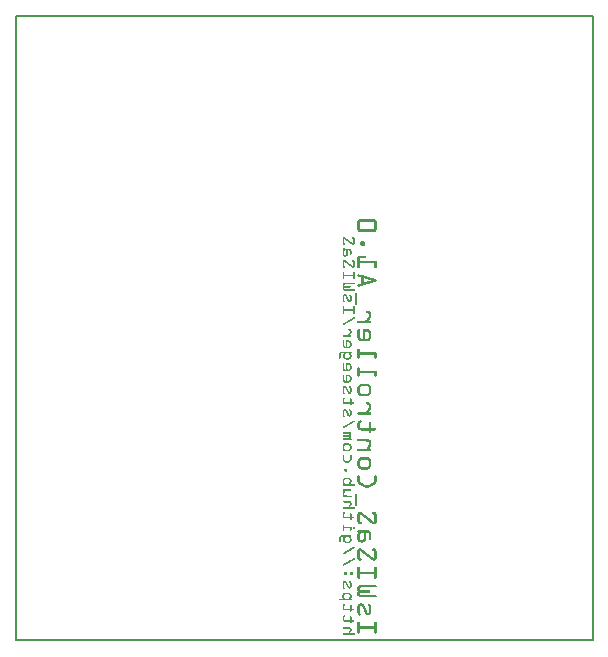
<source format=gbo>
G04 MADE WITH FRITZING*
G04 WWW.FRITZING.ORG*
G04 DOUBLE SIDED*
G04 HOLES PLATED*
G04 CONTOUR ON CENTER OF CONTOUR VECTOR*
%ASAXBY*%
%FSLAX23Y23*%
%MOIN*%
%OFA0B0*%
%SFA1.0B1.0*%
%ADD10R,1.930780X2.086610X1.914780X2.070610*%
%ADD11C,0.008000*%
%ADD12R,0.001000X0.001000*%
%LNSILK0*%
G90*
G70*
G54D11*
X4Y2083D02*
X1927Y2083D01*
X1927Y4D01*
X4Y4D01*
X4Y2083D01*
D02*
G54D12*
X1148Y1406D02*
X1202Y1406D01*
X1146Y1405D02*
X1204Y1405D01*
X1145Y1404D02*
X1205Y1404D01*
X1144Y1403D02*
X1206Y1403D01*
X1144Y1402D02*
X1206Y1402D01*
X1143Y1401D02*
X1207Y1401D01*
X1143Y1400D02*
X1207Y1400D01*
X1143Y1399D02*
X1207Y1399D01*
X1143Y1398D02*
X1150Y1398D01*
X1200Y1398D02*
X1207Y1398D01*
X1143Y1397D02*
X1150Y1397D01*
X1200Y1397D02*
X1207Y1397D01*
X1143Y1396D02*
X1150Y1396D01*
X1200Y1396D02*
X1207Y1396D01*
X1143Y1395D02*
X1150Y1395D01*
X1200Y1395D02*
X1207Y1395D01*
X1143Y1394D02*
X1150Y1394D01*
X1200Y1394D02*
X1207Y1394D01*
X1143Y1393D02*
X1150Y1393D01*
X1200Y1393D02*
X1207Y1393D01*
X1143Y1392D02*
X1150Y1392D01*
X1200Y1392D02*
X1207Y1392D01*
X1143Y1391D02*
X1150Y1391D01*
X1200Y1391D02*
X1207Y1391D01*
X1143Y1390D02*
X1150Y1390D01*
X1200Y1390D02*
X1207Y1390D01*
X1143Y1389D02*
X1150Y1389D01*
X1200Y1389D02*
X1207Y1389D01*
X1143Y1388D02*
X1150Y1388D01*
X1200Y1388D02*
X1207Y1388D01*
X1143Y1387D02*
X1150Y1387D01*
X1200Y1387D02*
X1207Y1387D01*
X1143Y1386D02*
X1150Y1386D01*
X1200Y1386D02*
X1207Y1386D01*
X1143Y1385D02*
X1150Y1385D01*
X1200Y1385D02*
X1207Y1385D01*
X1143Y1384D02*
X1150Y1384D01*
X1200Y1384D02*
X1207Y1384D01*
X1143Y1383D02*
X1150Y1383D01*
X1200Y1383D02*
X1207Y1383D01*
X1143Y1382D02*
X1150Y1382D01*
X1200Y1382D02*
X1207Y1382D01*
X1143Y1381D02*
X1150Y1381D01*
X1200Y1381D02*
X1207Y1381D01*
X1143Y1380D02*
X1150Y1380D01*
X1200Y1380D02*
X1207Y1380D01*
X1143Y1379D02*
X1150Y1379D01*
X1200Y1379D02*
X1207Y1379D01*
X1143Y1378D02*
X1150Y1378D01*
X1200Y1378D02*
X1207Y1378D01*
X1143Y1377D02*
X1150Y1377D01*
X1200Y1377D02*
X1207Y1377D01*
X1143Y1376D02*
X1150Y1376D01*
X1200Y1376D02*
X1207Y1376D01*
X1143Y1375D02*
X1150Y1375D01*
X1200Y1375D02*
X1207Y1375D01*
X1143Y1374D02*
X1150Y1374D01*
X1200Y1374D02*
X1207Y1374D01*
X1143Y1373D02*
X1207Y1373D01*
X1143Y1372D02*
X1207Y1372D01*
X1143Y1371D02*
X1207Y1371D01*
X1144Y1370D02*
X1206Y1370D01*
X1144Y1369D02*
X1206Y1369D01*
X1145Y1368D02*
X1205Y1368D01*
X1146Y1367D02*
X1204Y1367D01*
X1147Y1366D02*
X1203Y1366D01*
X1151Y1365D02*
X1199Y1365D01*
X1098Y1347D02*
X1101Y1347D01*
X1126Y1347D02*
X1129Y1347D01*
X1096Y1346D02*
X1102Y1346D01*
X1125Y1346D02*
X1131Y1346D01*
X1095Y1345D02*
X1104Y1345D01*
X1125Y1345D02*
X1132Y1345D01*
X1094Y1344D02*
X1105Y1344D01*
X1125Y1344D02*
X1133Y1344D01*
X1094Y1343D02*
X1106Y1343D01*
X1126Y1343D02*
X1133Y1343D01*
X1094Y1342D02*
X1108Y1342D01*
X1128Y1342D02*
X1134Y1342D01*
X1094Y1341D02*
X1098Y1341D01*
X1101Y1341D02*
X1109Y1341D01*
X1129Y1341D02*
X1134Y1341D01*
X1094Y1340D02*
X1098Y1340D01*
X1102Y1340D02*
X1110Y1340D01*
X1130Y1340D02*
X1134Y1340D01*
X1094Y1339D02*
X1098Y1339D01*
X1103Y1339D02*
X1111Y1339D01*
X1130Y1339D02*
X1134Y1339D01*
X1094Y1338D02*
X1098Y1338D01*
X1105Y1338D02*
X1113Y1338D01*
X1130Y1338D02*
X1134Y1338D01*
X1094Y1337D02*
X1098Y1337D01*
X1106Y1337D02*
X1114Y1337D01*
X1130Y1337D02*
X1134Y1337D01*
X1094Y1336D02*
X1098Y1336D01*
X1107Y1336D02*
X1115Y1336D01*
X1130Y1336D02*
X1134Y1336D01*
X1094Y1335D02*
X1098Y1335D01*
X1109Y1335D02*
X1117Y1335D01*
X1130Y1335D02*
X1134Y1335D01*
X1094Y1334D02*
X1098Y1334D01*
X1110Y1334D02*
X1118Y1334D01*
X1130Y1334D02*
X1134Y1334D01*
X1094Y1333D02*
X1098Y1333D01*
X1111Y1333D02*
X1119Y1333D01*
X1130Y1333D02*
X1134Y1333D01*
X1156Y1333D02*
X1165Y1333D01*
X1094Y1332D02*
X1098Y1332D01*
X1112Y1332D02*
X1120Y1332D01*
X1130Y1332D02*
X1134Y1332D01*
X1155Y1332D02*
X1167Y1332D01*
X1094Y1331D02*
X1098Y1331D01*
X1114Y1331D02*
X1122Y1331D01*
X1130Y1331D02*
X1134Y1331D01*
X1154Y1331D02*
X1168Y1331D01*
X1094Y1330D02*
X1098Y1330D01*
X1115Y1330D02*
X1123Y1330D01*
X1130Y1330D02*
X1134Y1330D01*
X1154Y1330D02*
X1168Y1330D01*
X1094Y1329D02*
X1098Y1329D01*
X1116Y1329D02*
X1124Y1329D01*
X1130Y1329D02*
X1134Y1329D01*
X1153Y1329D02*
X1168Y1329D01*
X1094Y1328D02*
X1098Y1328D01*
X1118Y1328D02*
X1125Y1328D01*
X1130Y1328D02*
X1134Y1328D01*
X1153Y1328D02*
X1168Y1328D01*
X1094Y1327D02*
X1098Y1327D01*
X1119Y1327D02*
X1127Y1327D01*
X1130Y1327D02*
X1134Y1327D01*
X1153Y1327D02*
X1168Y1327D01*
X1094Y1326D02*
X1101Y1326D01*
X1120Y1326D02*
X1134Y1326D01*
X1153Y1326D02*
X1168Y1326D01*
X1094Y1325D02*
X1102Y1325D01*
X1122Y1325D02*
X1134Y1325D01*
X1153Y1325D02*
X1168Y1325D01*
X1095Y1324D02*
X1102Y1324D01*
X1123Y1324D02*
X1133Y1324D01*
X1153Y1324D02*
X1168Y1324D01*
X1096Y1323D02*
X1102Y1323D01*
X1124Y1323D02*
X1132Y1323D01*
X1153Y1323D02*
X1168Y1323D01*
X1097Y1322D02*
X1102Y1322D01*
X1126Y1322D02*
X1131Y1322D01*
X1153Y1322D02*
X1168Y1322D01*
X1100Y1321D02*
X1100Y1321D01*
X1129Y1321D02*
X1129Y1321D01*
X1153Y1321D02*
X1168Y1321D01*
X1154Y1320D02*
X1168Y1320D01*
X1154Y1319D02*
X1168Y1319D01*
X1155Y1318D02*
X1167Y1318D01*
X1156Y1317D02*
X1166Y1317D01*
X1095Y1309D02*
X1100Y1309D01*
X1094Y1308D02*
X1117Y1308D01*
X1094Y1307D02*
X1119Y1307D01*
X1094Y1306D02*
X1120Y1306D01*
X1094Y1305D02*
X1121Y1305D01*
X1095Y1304D02*
X1122Y1304D01*
X1096Y1303D02*
X1101Y1303D01*
X1106Y1303D02*
X1111Y1303D01*
X1116Y1303D02*
X1122Y1303D01*
X1095Y1302D02*
X1100Y1302D01*
X1107Y1302D02*
X1111Y1302D01*
X1118Y1302D02*
X1123Y1302D01*
X1095Y1301D02*
X1100Y1301D01*
X1107Y1301D02*
X1111Y1301D01*
X1118Y1301D02*
X1123Y1301D01*
X1094Y1300D02*
X1099Y1300D01*
X1107Y1300D02*
X1111Y1300D01*
X1118Y1300D02*
X1123Y1300D01*
X1094Y1299D02*
X1099Y1299D01*
X1107Y1299D02*
X1111Y1299D01*
X1118Y1299D02*
X1123Y1299D01*
X1094Y1298D02*
X1098Y1298D01*
X1107Y1298D02*
X1111Y1298D01*
X1118Y1298D02*
X1123Y1298D01*
X1094Y1297D02*
X1098Y1297D01*
X1107Y1297D02*
X1111Y1297D01*
X1118Y1297D02*
X1123Y1297D01*
X1094Y1296D02*
X1098Y1296D01*
X1107Y1296D02*
X1111Y1296D01*
X1118Y1296D02*
X1123Y1296D01*
X1094Y1295D02*
X1098Y1295D01*
X1107Y1295D02*
X1111Y1295D01*
X1118Y1295D02*
X1123Y1295D01*
X1094Y1294D02*
X1098Y1294D01*
X1107Y1294D02*
X1111Y1294D01*
X1118Y1294D02*
X1123Y1294D01*
X1094Y1293D02*
X1098Y1293D01*
X1107Y1293D02*
X1111Y1293D01*
X1118Y1293D02*
X1123Y1293D01*
X1094Y1292D02*
X1098Y1292D01*
X1107Y1292D02*
X1111Y1292D01*
X1118Y1292D02*
X1123Y1292D01*
X1094Y1291D02*
X1098Y1291D01*
X1107Y1291D02*
X1111Y1291D01*
X1118Y1291D02*
X1123Y1291D01*
X1094Y1290D02*
X1098Y1290D01*
X1107Y1290D02*
X1111Y1290D01*
X1118Y1290D02*
X1123Y1290D01*
X1094Y1289D02*
X1099Y1289D01*
X1106Y1289D02*
X1111Y1289D01*
X1119Y1289D02*
X1122Y1289D01*
X1094Y1288D02*
X1111Y1288D01*
X1094Y1287D02*
X1110Y1287D01*
X1095Y1286D02*
X1110Y1286D01*
X1096Y1285D02*
X1109Y1285D01*
X1097Y1284D02*
X1108Y1284D01*
X1145Y1284D02*
X1170Y1284D01*
X1100Y1283D02*
X1105Y1283D01*
X1144Y1283D02*
X1171Y1283D01*
X1143Y1282D02*
X1171Y1282D01*
X1143Y1281D02*
X1172Y1281D01*
X1143Y1280D02*
X1172Y1280D01*
X1143Y1279D02*
X1171Y1279D01*
X1143Y1278D02*
X1171Y1278D01*
X1143Y1277D02*
X1170Y1277D01*
X1143Y1276D02*
X1150Y1276D01*
X1143Y1275D02*
X1150Y1275D01*
X1143Y1274D02*
X1150Y1274D01*
X1143Y1273D02*
X1150Y1273D01*
X1143Y1272D02*
X1150Y1272D01*
X1143Y1271D02*
X1150Y1271D01*
X1097Y1270D02*
X1102Y1270D01*
X1126Y1270D02*
X1130Y1270D01*
X1143Y1270D02*
X1150Y1270D01*
X1095Y1269D02*
X1103Y1269D01*
X1125Y1269D02*
X1132Y1269D01*
X1143Y1269D02*
X1150Y1269D01*
X1095Y1268D02*
X1104Y1268D01*
X1125Y1268D02*
X1132Y1268D01*
X1143Y1268D02*
X1207Y1268D01*
X1094Y1267D02*
X1106Y1267D01*
X1125Y1267D02*
X1133Y1267D01*
X1143Y1267D02*
X1207Y1267D01*
X1094Y1266D02*
X1107Y1266D01*
X1126Y1266D02*
X1134Y1266D01*
X1143Y1266D02*
X1207Y1266D01*
X1094Y1265D02*
X1098Y1265D01*
X1100Y1265D02*
X1108Y1265D01*
X1129Y1265D02*
X1134Y1265D01*
X1143Y1265D02*
X1207Y1265D01*
X1094Y1264D02*
X1098Y1264D01*
X1102Y1264D02*
X1110Y1264D01*
X1130Y1264D02*
X1134Y1264D01*
X1143Y1264D02*
X1207Y1264D01*
X1094Y1263D02*
X1098Y1263D01*
X1103Y1263D02*
X1111Y1263D01*
X1130Y1263D02*
X1134Y1263D01*
X1143Y1263D02*
X1207Y1263D01*
X1094Y1262D02*
X1098Y1262D01*
X1104Y1262D02*
X1112Y1262D01*
X1130Y1262D02*
X1134Y1262D01*
X1143Y1262D02*
X1207Y1262D01*
X1094Y1261D02*
X1098Y1261D01*
X1105Y1261D02*
X1113Y1261D01*
X1130Y1261D02*
X1134Y1261D01*
X1143Y1261D02*
X1207Y1261D01*
X1094Y1260D02*
X1098Y1260D01*
X1107Y1260D02*
X1115Y1260D01*
X1130Y1260D02*
X1134Y1260D01*
X1143Y1260D02*
X1207Y1260D01*
X1094Y1259D02*
X1098Y1259D01*
X1108Y1259D02*
X1116Y1259D01*
X1130Y1259D02*
X1134Y1259D01*
X1143Y1259D02*
X1150Y1259D01*
X1200Y1259D02*
X1207Y1259D01*
X1094Y1258D02*
X1098Y1258D01*
X1109Y1258D02*
X1117Y1258D01*
X1130Y1258D02*
X1134Y1258D01*
X1143Y1258D02*
X1150Y1258D01*
X1200Y1258D02*
X1207Y1258D01*
X1094Y1257D02*
X1098Y1257D01*
X1111Y1257D02*
X1119Y1257D01*
X1130Y1257D02*
X1134Y1257D01*
X1143Y1257D02*
X1150Y1257D01*
X1200Y1257D02*
X1207Y1257D01*
X1094Y1256D02*
X1098Y1256D01*
X1112Y1256D02*
X1120Y1256D01*
X1130Y1256D02*
X1134Y1256D01*
X1143Y1256D02*
X1150Y1256D01*
X1200Y1256D02*
X1207Y1256D01*
X1094Y1255D02*
X1098Y1255D01*
X1113Y1255D02*
X1121Y1255D01*
X1130Y1255D02*
X1134Y1255D01*
X1143Y1255D02*
X1150Y1255D01*
X1200Y1255D02*
X1207Y1255D01*
X1094Y1254D02*
X1098Y1254D01*
X1115Y1254D02*
X1122Y1254D01*
X1130Y1254D02*
X1134Y1254D01*
X1143Y1254D02*
X1150Y1254D01*
X1200Y1254D02*
X1207Y1254D01*
X1094Y1253D02*
X1098Y1253D01*
X1116Y1253D02*
X1124Y1253D01*
X1130Y1253D02*
X1134Y1253D01*
X1143Y1253D02*
X1150Y1253D01*
X1200Y1253D02*
X1207Y1253D01*
X1094Y1252D02*
X1098Y1252D01*
X1117Y1252D02*
X1125Y1252D01*
X1130Y1252D02*
X1134Y1252D01*
X1143Y1252D02*
X1150Y1252D01*
X1200Y1252D02*
X1207Y1252D01*
X1094Y1251D02*
X1098Y1251D01*
X1118Y1251D02*
X1126Y1251D01*
X1130Y1251D02*
X1134Y1251D01*
X1143Y1251D02*
X1150Y1251D01*
X1200Y1251D02*
X1207Y1251D01*
X1094Y1250D02*
X1099Y1250D01*
X1120Y1250D02*
X1134Y1250D01*
X1143Y1250D02*
X1150Y1250D01*
X1200Y1250D02*
X1207Y1250D01*
X1094Y1249D02*
X1102Y1249D01*
X1121Y1249D02*
X1134Y1249D01*
X1143Y1249D02*
X1150Y1249D01*
X1200Y1249D02*
X1207Y1249D01*
X1095Y1248D02*
X1102Y1248D01*
X1122Y1248D02*
X1133Y1248D01*
X1143Y1248D02*
X1150Y1248D01*
X1200Y1248D02*
X1207Y1248D01*
X1095Y1247D02*
X1102Y1247D01*
X1124Y1247D02*
X1133Y1247D01*
X1143Y1247D02*
X1150Y1247D01*
X1200Y1247D02*
X1207Y1247D01*
X1096Y1246D02*
X1102Y1246D01*
X1125Y1246D02*
X1132Y1246D01*
X1143Y1246D02*
X1150Y1246D01*
X1200Y1246D02*
X1207Y1246D01*
X1098Y1245D02*
X1101Y1245D01*
X1127Y1245D02*
X1130Y1245D01*
X1144Y1245D02*
X1150Y1245D01*
X1200Y1245D02*
X1206Y1245D01*
X1145Y1244D02*
X1149Y1244D01*
X1201Y1244D02*
X1205Y1244D01*
X1094Y1232D02*
X1097Y1232D01*
X1130Y1232D02*
X1133Y1232D01*
X1094Y1231D02*
X1098Y1231D01*
X1130Y1231D02*
X1134Y1231D01*
X1094Y1230D02*
X1098Y1230D01*
X1130Y1230D02*
X1134Y1230D01*
X1094Y1229D02*
X1098Y1229D01*
X1130Y1229D02*
X1134Y1229D01*
X1094Y1228D02*
X1098Y1228D01*
X1130Y1228D02*
X1134Y1228D01*
X1094Y1227D02*
X1098Y1227D01*
X1130Y1227D02*
X1134Y1227D01*
X1094Y1226D02*
X1098Y1226D01*
X1130Y1226D02*
X1134Y1226D01*
X1094Y1225D02*
X1098Y1225D01*
X1130Y1225D02*
X1134Y1225D01*
X1094Y1224D02*
X1098Y1224D01*
X1130Y1224D02*
X1134Y1224D01*
X1094Y1223D02*
X1098Y1223D01*
X1130Y1223D02*
X1134Y1223D01*
X1145Y1223D02*
X1149Y1223D01*
X1094Y1222D02*
X1134Y1222D01*
X1144Y1222D02*
X1153Y1222D01*
X1094Y1221D02*
X1134Y1221D01*
X1143Y1221D02*
X1156Y1221D01*
X1094Y1220D02*
X1134Y1220D01*
X1143Y1220D02*
X1160Y1220D01*
X1094Y1219D02*
X1134Y1219D01*
X1143Y1219D02*
X1163Y1219D01*
X1094Y1218D02*
X1134Y1218D01*
X1143Y1218D02*
X1167Y1218D01*
X1094Y1217D02*
X1134Y1217D01*
X1144Y1217D02*
X1170Y1217D01*
X1094Y1216D02*
X1098Y1216D01*
X1130Y1216D02*
X1134Y1216D01*
X1145Y1216D02*
X1173Y1216D01*
X1094Y1215D02*
X1098Y1215D01*
X1130Y1215D02*
X1134Y1215D01*
X1148Y1215D02*
X1177Y1215D01*
X1094Y1214D02*
X1098Y1214D01*
X1130Y1214D02*
X1134Y1214D01*
X1151Y1214D02*
X1180Y1214D01*
X1094Y1213D02*
X1098Y1213D01*
X1130Y1213D02*
X1134Y1213D01*
X1155Y1213D02*
X1184Y1213D01*
X1094Y1212D02*
X1098Y1212D01*
X1130Y1212D02*
X1134Y1212D01*
X1157Y1212D02*
X1187Y1212D01*
X1094Y1211D02*
X1098Y1211D01*
X1130Y1211D02*
X1134Y1211D01*
X1157Y1211D02*
X1191Y1211D01*
X1094Y1210D02*
X1098Y1210D01*
X1130Y1210D02*
X1134Y1210D01*
X1157Y1210D02*
X1194Y1210D01*
X1094Y1209D02*
X1098Y1209D01*
X1130Y1209D02*
X1134Y1209D01*
X1157Y1209D02*
X1165Y1209D01*
X1168Y1209D02*
X1197Y1209D01*
X1094Y1208D02*
X1098Y1208D01*
X1130Y1208D02*
X1134Y1208D01*
X1157Y1208D02*
X1165Y1208D01*
X1172Y1208D02*
X1201Y1208D01*
X1095Y1207D02*
X1097Y1207D01*
X1131Y1207D02*
X1133Y1207D01*
X1157Y1207D02*
X1165Y1207D01*
X1175Y1207D02*
X1204Y1207D01*
X1157Y1206D02*
X1165Y1206D01*
X1178Y1206D02*
X1206Y1206D01*
X1157Y1205D02*
X1165Y1205D01*
X1182Y1205D02*
X1207Y1205D01*
X1157Y1204D02*
X1165Y1204D01*
X1185Y1204D02*
X1207Y1204D01*
X1157Y1203D02*
X1165Y1203D01*
X1188Y1203D02*
X1207Y1203D01*
X1157Y1202D02*
X1165Y1202D01*
X1186Y1202D02*
X1207Y1202D01*
X1157Y1201D02*
X1165Y1201D01*
X1182Y1201D02*
X1207Y1201D01*
X1157Y1200D02*
X1165Y1200D01*
X1179Y1200D02*
X1206Y1200D01*
X1157Y1199D02*
X1165Y1199D01*
X1175Y1199D02*
X1204Y1199D01*
X1157Y1198D02*
X1165Y1198D01*
X1172Y1198D02*
X1201Y1198D01*
X1157Y1197D02*
X1165Y1197D01*
X1168Y1197D02*
X1198Y1197D01*
X1157Y1196D02*
X1194Y1196D01*
X1157Y1195D02*
X1191Y1195D01*
X1099Y1194D02*
X1133Y1194D01*
X1157Y1194D02*
X1187Y1194D01*
X1097Y1193D02*
X1134Y1193D01*
X1155Y1193D02*
X1184Y1193D01*
X1096Y1192D02*
X1134Y1192D01*
X1151Y1192D02*
X1181Y1192D01*
X1094Y1191D02*
X1134Y1191D01*
X1148Y1191D02*
X1177Y1191D01*
X1094Y1190D02*
X1133Y1190D01*
X1145Y1190D02*
X1174Y1190D01*
X1094Y1189D02*
X1100Y1189D01*
X1144Y1189D02*
X1170Y1189D01*
X1094Y1188D02*
X1098Y1188D01*
X1143Y1188D02*
X1167Y1188D01*
X1094Y1187D02*
X1098Y1187D01*
X1143Y1187D02*
X1164Y1187D01*
X1094Y1186D02*
X1098Y1186D01*
X1143Y1186D02*
X1160Y1186D01*
X1094Y1185D02*
X1099Y1185D01*
X1143Y1185D02*
X1157Y1185D01*
X1094Y1184D02*
X1101Y1184D01*
X1144Y1184D02*
X1153Y1184D01*
X1094Y1183D02*
X1120Y1183D01*
X1144Y1183D02*
X1150Y1183D01*
X1095Y1182D02*
X1120Y1182D01*
X1095Y1181D02*
X1120Y1181D01*
X1094Y1180D02*
X1120Y1180D01*
X1094Y1179D02*
X1119Y1179D01*
X1094Y1178D02*
X1099Y1178D01*
X1094Y1177D02*
X1098Y1177D01*
X1094Y1176D02*
X1098Y1176D01*
X1094Y1175D02*
X1098Y1175D01*
X1094Y1174D02*
X1100Y1174D01*
X1094Y1173D02*
X1133Y1173D01*
X1094Y1172D02*
X1134Y1172D01*
X1095Y1171D02*
X1134Y1171D01*
X1097Y1170D02*
X1134Y1170D01*
X1098Y1169D02*
X1133Y1169D01*
X1136Y1162D02*
X1140Y1162D01*
X1135Y1161D02*
X1141Y1161D01*
X1135Y1160D02*
X1142Y1160D01*
X1134Y1159D02*
X1142Y1159D01*
X1134Y1158D02*
X1142Y1158D01*
X1134Y1157D02*
X1142Y1157D01*
X1100Y1156D02*
X1103Y1156D01*
X1134Y1156D02*
X1142Y1156D01*
X1097Y1155D02*
X1105Y1155D01*
X1117Y1155D02*
X1120Y1155D01*
X1134Y1155D02*
X1142Y1155D01*
X1096Y1154D02*
X1106Y1154D01*
X1116Y1154D02*
X1121Y1154D01*
X1134Y1154D02*
X1142Y1154D01*
X1095Y1153D02*
X1107Y1153D01*
X1116Y1153D02*
X1121Y1153D01*
X1134Y1153D02*
X1142Y1153D01*
X1095Y1152D02*
X1108Y1152D01*
X1116Y1152D02*
X1122Y1152D01*
X1134Y1152D02*
X1142Y1152D01*
X1094Y1151D02*
X1108Y1151D01*
X1117Y1151D02*
X1122Y1151D01*
X1134Y1151D02*
X1142Y1151D01*
X1094Y1150D02*
X1099Y1150D01*
X1104Y1150D02*
X1109Y1150D01*
X1118Y1150D02*
X1123Y1150D01*
X1134Y1150D02*
X1142Y1150D01*
X1094Y1149D02*
X1098Y1149D01*
X1104Y1149D02*
X1109Y1149D01*
X1118Y1149D02*
X1123Y1149D01*
X1134Y1149D02*
X1142Y1149D01*
X1094Y1148D02*
X1098Y1148D01*
X1105Y1148D02*
X1110Y1148D01*
X1118Y1148D02*
X1123Y1148D01*
X1134Y1148D02*
X1142Y1148D01*
X1094Y1147D02*
X1098Y1147D01*
X1105Y1147D02*
X1110Y1147D01*
X1118Y1147D02*
X1123Y1147D01*
X1134Y1147D02*
X1142Y1147D01*
X1094Y1146D02*
X1098Y1146D01*
X1106Y1146D02*
X1110Y1146D01*
X1118Y1146D02*
X1123Y1146D01*
X1134Y1146D02*
X1142Y1146D01*
X1094Y1145D02*
X1098Y1145D01*
X1106Y1145D02*
X1111Y1145D01*
X1118Y1145D02*
X1123Y1145D01*
X1134Y1145D02*
X1142Y1145D01*
X1094Y1144D02*
X1098Y1144D01*
X1107Y1144D02*
X1111Y1144D01*
X1118Y1144D02*
X1123Y1144D01*
X1134Y1144D02*
X1142Y1144D01*
X1094Y1143D02*
X1098Y1143D01*
X1107Y1143D02*
X1112Y1143D01*
X1118Y1143D02*
X1123Y1143D01*
X1134Y1143D02*
X1142Y1143D01*
X1094Y1142D02*
X1098Y1142D01*
X1107Y1142D02*
X1112Y1142D01*
X1118Y1142D02*
X1123Y1142D01*
X1134Y1142D02*
X1142Y1142D01*
X1094Y1141D02*
X1098Y1141D01*
X1108Y1141D02*
X1113Y1141D01*
X1118Y1141D02*
X1123Y1141D01*
X1134Y1141D02*
X1142Y1141D01*
X1094Y1140D02*
X1098Y1140D01*
X1108Y1140D02*
X1113Y1140D01*
X1118Y1140D02*
X1123Y1140D01*
X1134Y1140D02*
X1142Y1140D01*
X1094Y1139D02*
X1098Y1139D01*
X1109Y1139D02*
X1113Y1139D01*
X1118Y1139D02*
X1123Y1139D01*
X1134Y1139D02*
X1142Y1139D01*
X1094Y1138D02*
X1098Y1138D01*
X1109Y1138D02*
X1114Y1138D01*
X1118Y1138D02*
X1123Y1138D01*
X1134Y1138D02*
X1142Y1138D01*
X1094Y1137D02*
X1098Y1137D01*
X1110Y1137D02*
X1114Y1137D01*
X1118Y1137D02*
X1123Y1137D01*
X1134Y1137D02*
X1142Y1137D01*
X1094Y1136D02*
X1098Y1136D01*
X1110Y1136D02*
X1115Y1136D01*
X1117Y1136D02*
X1123Y1136D01*
X1134Y1136D02*
X1142Y1136D01*
X1094Y1135D02*
X1099Y1135D01*
X1110Y1135D02*
X1122Y1135D01*
X1134Y1135D02*
X1142Y1135D01*
X1094Y1134D02*
X1100Y1134D01*
X1111Y1134D02*
X1122Y1134D01*
X1134Y1134D02*
X1142Y1134D01*
X1095Y1133D02*
X1100Y1133D01*
X1112Y1133D02*
X1121Y1133D01*
X1134Y1133D02*
X1142Y1133D01*
X1096Y1132D02*
X1100Y1132D01*
X1113Y1132D02*
X1120Y1132D01*
X1134Y1132D02*
X1142Y1132D01*
X1096Y1131D02*
X1100Y1131D01*
X1115Y1131D02*
X1118Y1131D01*
X1134Y1131D02*
X1142Y1131D01*
X1098Y1130D02*
X1098Y1130D01*
X1134Y1130D02*
X1142Y1130D01*
X1134Y1129D02*
X1142Y1129D01*
X1134Y1128D02*
X1142Y1128D01*
X1134Y1127D02*
X1142Y1127D01*
X1134Y1126D02*
X1142Y1126D01*
X1134Y1125D02*
X1142Y1125D01*
X1135Y1124D02*
X1142Y1124D01*
X1135Y1123D02*
X1141Y1123D01*
X1136Y1122D02*
X1140Y1122D01*
X1096Y1118D02*
X1096Y1118D01*
X1132Y1118D02*
X1132Y1118D01*
X1094Y1117D02*
X1097Y1117D01*
X1130Y1117D02*
X1133Y1117D01*
X1094Y1116D02*
X1098Y1116D01*
X1130Y1116D02*
X1134Y1116D01*
X1094Y1115D02*
X1098Y1115D01*
X1130Y1115D02*
X1134Y1115D01*
X1094Y1114D02*
X1098Y1114D01*
X1130Y1114D02*
X1134Y1114D01*
X1094Y1113D02*
X1098Y1113D01*
X1130Y1113D02*
X1134Y1113D01*
X1094Y1112D02*
X1098Y1112D01*
X1130Y1112D02*
X1134Y1112D01*
X1094Y1111D02*
X1098Y1111D01*
X1130Y1111D02*
X1134Y1111D01*
X1094Y1110D02*
X1098Y1110D01*
X1130Y1110D02*
X1134Y1110D01*
X1094Y1109D02*
X1098Y1109D01*
X1130Y1109D02*
X1134Y1109D01*
X1094Y1108D02*
X1098Y1108D01*
X1130Y1108D02*
X1134Y1108D01*
X1094Y1107D02*
X1134Y1107D01*
X1094Y1106D02*
X1134Y1106D01*
X1094Y1105D02*
X1134Y1105D01*
X1094Y1104D02*
X1134Y1104D01*
X1094Y1103D02*
X1134Y1103D01*
X1094Y1102D02*
X1098Y1102D01*
X1129Y1102D02*
X1134Y1102D01*
X1094Y1101D02*
X1098Y1101D01*
X1130Y1101D02*
X1134Y1101D01*
X1173Y1101D02*
X1182Y1101D01*
X1094Y1100D02*
X1098Y1100D01*
X1130Y1100D02*
X1134Y1100D01*
X1172Y1100D02*
X1183Y1100D01*
X1094Y1099D02*
X1098Y1099D01*
X1130Y1099D02*
X1134Y1099D01*
X1172Y1099D02*
X1185Y1099D01*
X1094Y1098D02*
X1098Y1098D01*
X1130Y1098D02*
X1134Y1098D01*
X1171Y1098D02*
X1186Y1098D01*
X1094Y1097D02*
X1098Y1097D01*
X1130Y1097D02*
X1134Y1097D01*
X1171Y1097D02*
X1187Y1097D01*
X1094Y1096D02*
X1098Y1096D01*
X1130Y1096D02*
X1134Y1096D01*
X1172Y1096D02*
X1187Y1096D01*
X1094Y1095D02*
X1098Y1095D01*
X1130Y1095D02*
X1134Y1095D01*
X1172Y1095D02*
X1188Y1095D01*
X1094Y1094D02*
X1098Y1094D01*
X1130Y1094D02*
X1134Y1094D01*
X1174Y1094D02*
X1189Y1094D01*
X1094Y1093D02*
X1097Y1093D01*
X1130Y1093D02*
X1134Y1093D01*
X1180Y1093D02*
X1189Y1093D01*
X1095Y1092D02*
X1096Y1092D01*
X1131Y1092D02*
X1132Y1092D01*
X1181Y1092D02*
X1189Y1092D01*
X1182Y1091D02*
X1189Y1091D01*
X1182Y1090D02*
X1189Y1090D01*
X1182Y1089D02*
X1189Y1089D01*
X1182Y1088D02*
X1189Y1088D01*
X1182Y1087D02*
X1189Y1087D01*
X1182Y1086D02*
X1189Y1086D01*
X1182Y1085D02*
X1189Y1085D01*
X1182Y1084D02*
X1189Y1084D01*
X1182Y1083D02*
X1189Y1083D01*
X1181Y1082D02*
X1189Y1082D01*
X1181Y1081D02*
X1189Y1081D01*
X1180Y1080D02*
X1189Y1080D01*
X1130Y1079D02*
X1133Y1079D01*
X1179Y1079D02*
X1189Y1079D01*
X1128Y1078D02*
X1134Y1078D01*
X1178Y1078D02*
X1188Y1078D01*
X1127Y1077D02*
X1134Y1077D01*
X1177Y1077D02*
X1187Y1077D01*
X1125Y1076D02*
X1134Y1076D01*
X1176Y1076D02*
X1186Y1076D01*
X1123Y1075D02*
X1133Y1075D01*
X1175Y1075D02*
X1186Y1075D01*
X1121Y1074D02*
X1131Y1074D01*
X1175Y1074D02*
X1185Y1074D01*
X1120Y1073D02*
X1129Y1073D01*
X1174Y1073D02*
X1184Y1073D01*
X1118Y1072D02*
X1128Y1072D01*
X1173Y1072D02*
X1183Y1072D01*
X1116Y1071D02*
X1126Y1071D01*
X1172Y1071D02*
X1182Y1071D01*
X1115Y1070D02*
X1124Y1070D01*
X1171Y1070D02*
X1181Y1070D01*
X1113Y1069D02*
X1123Y1069D01*
X1170Y1069D02*
X1181Y1069D01*
X1111Y1068D02*
X1121Y1068D01*
X1145Y1068D02*
X1187Y1068D01*
X1109Y1067D02*
X1119Y1067D01*
X1144Y1067D02*
X1188Y1067D01*
X1108Y1066D02*
X1117Y1066D01*
X1143Y1066D02*
X1189Y1066D01*
X1106Y1065D02*
X1116Y1065D01*
X1143Y1065D02*
X1189Y1065D01*
X1104Y1064D02*
X1114Y1064D01*
X1143Y1064D02*
X1189Y1064D01*
X1103Y1063D02*
X1112Y1063D01*
X1143Y1063D02*
X1189Y1063D01*
X1101Y1062D02*
X1111Y1062D01*
X1144Y1062D02*
X1189Y1062D01*
X1099Y1061D02*
X1109Y1061D01*
X1145Y1061D02*
X1187Y1061D01*
X1097Y1060D02*
X1107Y1060D01*
X1096Y1059D02*
X1105Y1059D01*
X1094Y1058D02*
X1104Y1058D01*
X1094Y1057D02*
X1102Y1057D01*
X1094Y1056D02*
X1100Y1056D01*
X1094Y1055D02*
X1099Y1055D01*
X1095Y1054D02*
X1097Y1054D01*
X1113Y1041D02*
X1118Y1041D01*
X1165Y1041D02*
X1175Y1041D01*
X1112Y1040D02*
X1119Y1040D01*
X1144Y1040D02*
X1149Y1040D01*
X1162Y1040D02*
X1179Y1040D01*
X1112Y1039D02*
X1121Y1039D01*
X1144Y1039D02*
X1150Y1039D01*
X1161Y1039D02*
X1181Y1039D01*
X1112Y1038D02*
X1121Y1038D01*
X1143Y1038D02*
X1150Y1038D01*
X1161Y1038D02*
X1182Y1038D01*
X1113Y1037D02*
X1122Y1037D01*
X1143Y1037D02*
X1150Y1037D01*
X1161Y1037D02*
X1183Y1037D01*
X1117Y1036D02*
X1122Y1036D01*
X1143Y1036D02*
X1150Y1036D01*
X1161Y1036D02*
X1184Y1036D01*
X1118Y1035D02*
X1123Y1035D01*
X1143Y1035D02*
X1150Y1035D01*
X1161Y1035D02*
X1185Y1035D01*
X1118Y1034D02*
X1123Y1034D01*
X1143Y1034D02*
X1150Y1034D01*
X1161Y1034D02*
X1186Y1034D01*
X1118Y1033D02*
X1123Y1033D01*
X1143Y1033D02*
X1150Y1033D01*
X1161Y1033D02*
X1187Y1033D01*
X1118Y1032D02*
X1123Y1032D01*
X1143Y1032D02*
X1150Y1032D01*
X1161Y1032D02*
X1168Y1032D01*
X1177Y1032D02*
X1187Y1032D01*
X1118Y1031D02*
X1123Y1031D01*
X1143Y1031D02*
X1150Y1031D01*
X1161Y1031D02*
X1168Y1031D01*
X1179Y1031D02*
X1188Y1031D01*
X1118Y1030D02*
X1123Y1030D01*
X1143Y1030D02*
X1150Y1030D01*
X1161Y1030D02*
X1168Y1030D01*
X1180Y1030D02*
X1189Y1030D01*
X1118Y1029D02*
X1123Y1029D01*
X1143Y1029D02*
X1150Y1029D01*
X1161Y1029D02*
X1168Y1029D01*
X1180Y1029D02*
X1189Y1029D01*
X1117Y1028D02*
X1123Y1028D01*
X1143Y1028D02*
X1150Y1028D01*
X1161Y1028D02*
X1168Y1028D01*
X1181Y1028D02*
X1189Y1028D01*
X1116Y1027D02*
X1122Y1027D01*
X1143Y1027D02*
X1150Y1027D01*
X1161Y1027D02*
X1168Y1027D01*
X1182Y1027D02*
X1189Y1027D01*
X1115Y1026D02*
X1121Y1026D01*
X1143Y1026D02*
X1150Y1026D01*
X1161Y1026D02*
X1168Y1026D01*
X1182Y1026D02*
X1189Y1026D01*
X1114Y1025D02*
X1121Y1025D01*
X1143Y1025D02*
X1150Y1025D01*
X1161Y1025D02*
X1168Y1025D01*
X1182Y1025D02*
X1189Y1025D01*
X1114Y1024D02*
X1120Y1024D01*
X1143Y1024D02*
X1150Y1024D01*
X1161Y1024D02*
X1168Y1024D01*
X1182Y1024D02*
X1189Y1024D01*
X1113Y1023D02*
X1119Y1023D01*
X1143Y1023D02*
X1150Y1023D01*
X1161Y1023D02*
X1168Y1023D01*
X1182Y1023D02*
X1189Y1023D01*
X1112Y1022D02*
X1118Y1022D01*
X1143Y1022D02*
X1150Y1022D01*
X1161Y1022D02*
X1168Y1022D01*
X1182Y1022D02*
X1189Y1022D01*
X1111Y1021D02*
X1117Y1021D01*
X1143Y1021D02*
X1150Y1021D01*
X1161Y1021D02*
X1168Y1021D01*
X1182Y1021D02*
X1189Y1021D01*
X1095Y1020D02*
X1122Y1020D01*
X1143Y1020D02*
X1150Y1020D01*
X1161Y1020D02*
X1168Y1020D01*
X1182Y1020D02*
X1189Y1020D01*
X1094Y1019D02*
X1122Y1019D01*
X1143Y1019D02*
X1150Y1019D01*
X1161Y1019D02*
X1168Y1019D01*
X1182Y1019D02*
X1189Y1019D01*
X1094Y1018D02*
X1123Y1018D01*
X1143Y1018D02*
X1150Y1018D01*
X1161Y1018D02*
X1168Y1018D01*
X1182Y1018D02*
X1189Y1018D01*
X1094Y1017D02*
X1122Y1017D01*
X1143Y1017D02*
X1150Y1017D01*
X1161Y1017D02*
X1168Y1017D01*
X1182Y1017D02*
X1189Y1017D01*
X1094Y1016D02*
X1122Y1016D01*
X1143Y1016D02*
X1150Y1016D01*
X1161Y1016D02*
X1168Y1016D01*
X1182Y1016D02*
X1189Y1016D01*
X1143Y1015D02*
X1150Y1015D01*
X1161Y1015D02*
X1168Y1015D01*
X1182Y1015D02*
X1189Y1015D01*
X1143Y1014D02*
X1150Y1014D01*
X1161Y1014D02*
X1168Y1014D01*
X1182Y1014D02*
X1189Y1014D01*
X1143Y1013D02*
X1151Y1013D01*
X1161Y1013D02*
X1168Y1013D01*
X1182Y1013D02*
X1189Y1013D01*
X1143Y1012D02*
X1151Y1012D01*
X1161Y1012D02*
X1168Y1012D01*
X1181Y1012D02*
X1189Y1012D01*
X1143Y1011D02*
X1152Y1011D01*
X1161Y1011D02*
X1168Y1011D01*
X1180Y1011D02*
X1189Y1011D01*
X1144Y1010D02*
X1153Y1010D01*
X1161Y1010D02*
X1168Y1010D01*
X1179Y1010D02*
X1188Y1010D01*
X1144Y1009D02*
X1154Y1009D01*
X1161Y1009D02*
X1168Y1009D01*
X1178Y1009D02*
X1188Y1009D01*
X1145Y1008D02*
X1156Y1008D01*
X1160Y1008D02*
X1168Y1008D01*
X1176Y1008D02*
X1187Y1008D01*
X1146Y1007D02*
X1187Y1007D01*
X1146Y1006D02*
X1186Y1006D01*
X1147Y1005D02*
X1185Y1005D01*
X1148Y1004D02*
X1184Y1004D01*
X1095Y1003D02*
X1097Y1003D01*
X1106Y1003D02*
X1116Y1003D01*
X1149Y1003D02*
X1183Y1003D01*
X1094Y1002D02*
X1098Y1002D01*
X1105Y1002D02*
X1118Y1002D01*
X1150Y1002D02*
X1182Y1002D01*
X1094Y1001D02*
X1098Y1001D01*
X1105Y1001D02*
X1119Y1001D01*
X1152Y1001D02*
X1180Y1001D01*
X1094Y1000D02*
X1098Y1000D01*
X1105Y1000D02*
X1120Y1000D01*
X1154Y1000D02*
X1178Y1000D01*
X1094Y999D02*
X1098Y999D01*
X1105Y999D02*
X1121Y999D01*
X1094Y998D02*
X1098Y998D01*
X1105Y998D02*
X1109Y998D01*
X1114Y998D02*
X1121Y998D01*
X1094Y997D02*
X1098Y997D01*
X1105Y997D02*
X1109Y997D01*
X1116Y997D02*
X1122Y997D01*
X1094Y996D02*
X1098Y996D01*
X1105Y996D02*
X1109Y996D01*
X1117Y996D02*
X1122Y996D01*
X1094Y995D02*
X1098Y995D01*
X1105Y995D02*
X1109Y995D01*
X1118Y995D02*
X1123Y995D01*
X1094Y994D02*
X1098Y994D01*
X1105Y994D02*
X1109Y994D01*
X1118Y994D02*
X1123Y994D01*
X1094Y993D02*
X1098Y993D01*
X1105Y993D02*
X1109Y993D01*
X1118Y993D02*
X1123Y993D01*
X1094Y992D02*
X1098Y992D01*
X1105Y992D02*
X1109Y992D01*
X1118Y992D02*
X1123Y992D01*
X1094Y991D02*
X1098Y991D01*
X1105Y991D02*
X1109Y991D01*
X1118Y991D02*
X1123Y991D01*
X1094Y990D02*
X1098Y990D01*
X1105Y990D02*
X1109Y990D01*
X1118Y990D02*
X1123Y990D01*
X1094Y989D02*
X1098Y989D01*
X1105Y989D02*
X1109Y989D01*
X1118Y989D02*
X1123Y989D01*
X1094Y988D02*
X1098Y988D01*
X1105Y988D02*
X1109Y988D01*
X1118Y988D02*
X1123Y988D01*
X1094Y987D02*
X1098Y987D01*
X1105Y987D02*
X1109Y987D01*
X1118Y987D02*
X1123Y987D01*
X1094Y986D02*
X1098Y986D01*
X1105Y986D02*
X1109Y986D01*
X1118Y986D02*
X1123Y986D01*
X1094Y985D02*
X1099Y985D01*
X1105Y985D02*
X1109Y985D01*
X1118Y985D02*
X1122Y985D01*
X1094Y984D02*
X1099Y984D01*
X1105Y984D02*
X1109Y984D01*
X1117Y984D02*
X1122Y984D01*
X1095Y983D02*
X1101Y983D01*
X1105Y983D02*
X1109Y983D01*
X1116Y983D02*
X1122Y983D01*
X1095Y982D02*
X1121Y982D01*
X1096Y981D02*
X1120Y981D01*
X1097Y980D02*
X1119Y980D01*
X1098Y979D02*
X1118Y979D01*
X1099Y978D02*
X1117Y978D01*
X1145Y975D02*
X1149Y975D01*
X1144Y974D02*
X1149Y974D01*
X1143Y973D02*
X1150Y973D01*
X1143Y972D02*
X1150Y972D01*
X1143Y971D02*
X1150Y971D01*
X1143Y970D02*
X1150Y970D01*
X1143Y969D02*
X1150Y969D01*
X1143Y968D02*
X1150Y968D01*
X1143Y967D02*
X1150Y967D01*
X1143Y966D02*
X1150Y966D01*
X1090Y965D02*
X1121Y965D01*
X1143Y965D02*
X1150Y965D01*
X1088Y964D02*
X1122Y964D01*
X1143Y964D02*
X1150Y964D01*
X1087Y963D02*
X1123Y963D01*
X1143Y963D02*
X1205Y963D01*
X1086Y962D02*
X1123Y962D01*
X1143Y962D02*
X1206Y962D01*
X1085Y961D02*
X1122Y961D01*
X1143Y961D02*
X1207Y961D01*
X1084Y960D02*
X1121Y960D01*
X1143Y960D02*
X1207Y960D01*
X1083Y959D02*
X1089Y959D01*
X1099Y959D02*
X1105Y959D01*
X1114Y959D02*
X1120Y959D01*
X1143Y959D02*
X1207Y959D01*
X1083Y958D02*
X1088Y958D01*
X1098Y958D02*
X1104Y958D01*
X1115Y958D02*
X1121Y958D01*
X1143Y958D02*
X1207Y958D01*
X1082Y957D02*
X1087Y957D01*
X1097Y957D02*
X1103Y957D01*
X1115Y957D02*
X1121Y957D01*
X1143Y957D02*
X1207Y957D01*
X1082Y956D02*
X1087Y956D01*
X1097Y956D02*
X1102Y956D01*
X1116Y956D02*
X1122Y956D01*
X1143Y956D02*
X1207Y956D01*
X1082Y955D02*
X1087Y955D01*
X1096Y955D02*
X1101Y955D01*
X1117Y955D02*
X1122Y955D01*
X1143Y955D02*
X1207Y955D01*
X1082Y954D02*
X1087Y954D01*
X1096Y954D02*
X1101Y954D01*
X1118Y954D02*
X1123Y954D01*
X1143Y954D02*
X1150Y954D01*
X1200Y954D02*
X1207Y954D01*
X1082Y953D02*
X1087Y953D01*
X1096Y953D02*
X1100Y953D01*
X1118Y953D02*
X1123Y953D01*
X1143Y953D02*
X1150Y953D01*
X1200Y953D02*
X1207Y953D01*
X1082Y952D02*
X1087Y952D01*
X1096Y952D02*
X1100Y952D01*
X1118Y952D02*
X1123Y952D01*
X1143Y952D02*
X1150Y952D01*
X1200Y952D02*
X1207Y952D01*
X1082Y951D02*
X1087Y951D01*
X1096Y951D02*
X1100Y951D01*
X1118Y951D02*
X1123Y951D01*
X1143Y951D02*
X1150Y951D01*
X1200Y951D02*
X1207Y951D01*
X1082Y950D02*
X1087Y950D01*
X1096Y950D02*
X1100Y950D01*
X1118Y950D02*
X1123Y950D01*
X1143Y950D02*
X1150Y950D01*
X1200Y950D02*
X1207Y950D01*
X1082Y949D02*
X1087Y949D01*
X1096Y949D02*
X1100Y949D01*
X1118Y949D02*
X1123Y949D01*
X1143Y949D02*
X1150Y949D01*
X1200Y949D02*
X1207Y949D01*
X1082Y948D02*
X1087Y948D01*
X1096Y948D02*
X1100Y948D01*
X1118Y948D02*
X1123Y948D01*
X1143Y948D02*
X1150Y948D01*
X1200Y948D02*
X1207Y948D01*
X1082Y947D02*
X1087Y947D01*
X1096Y947D02*
X1101Y947D01*
X1118Y947D02*
X1122Y947D01*
X1143Y947D02*
X1150Y947D01*
X1200Y947D02*
X1207Y947D01*
X1082Y946D02*
X1087Y946D01*
X1096Y946D02*
X1101Y946D01*
X1117Y946D02*
X1122Y946D01*
X1143Y946D02*
X1150Y946D01*
X1200Y946D02*
X1207Y946D01*
X1082Y945D02*
X1087Y945D01*
X1097Y945D02*
X1102Y945D01*
X1116Y945D02*
X1122Y945D01*
X1143Y945D02*
X1150Y945D01*
X1200Y945D02*
X1207Y945D01*
X1082Y944D02*
X1087Y944D01*
X1097Y944D02*
X1121Y944D01*
X1144Y944D02*
X1149Y944D01*
X1201Y944D02*
X1206Y944D01*
X1083Y943D02*
X1086Y943D01*
X1098Y943D02*
X1120Y943D01*
X1145Y943D02*
X1148Y943D01*
X1202Y943D02*
X1205Y943D01*
X1083Y942D02*
X1086Y942D01*
X1099Y942D02*
X1119Y942D01*
X1100Y941D02*
X1119Y941D01*
X1101Y940D02*
X1117Y940D01*
X1104Y939D02*
X1115Y939D01*
X1107Y927D02*
X1113Y927D01*
X1094Y926D02*
X1097Y926D01*
X1105Y926D02*
X1117Y926D01*
X1094Y925D02*
X1098Y925D01*
X1105Y925D02*
X1118Y925D01*
X1094Y924D02*
X1098Y924D01*
X1105Y924D02*
X1119Y924D01*
X1094Y923D02*
X1098Y923D01*
X1105Y923D02*
X1120Y923D01*
X1094Y922D02*
X1098Y922D01*
X1105Y922D02*
X1121Y922D01*
X1094Y921D02*
X1098Y921D01*
X1105Y921D02*
X1109Y921D01*
X1116Y921D02*
X1122Y921D01*
X1094Y920D02*
X1098Y920D01*
X1105Y920D02*
X1109Y920D01*
X1117Y920D02*
X1122Y920D01*
X1094Y919D02*
X1098Y919D01*
X1105Y919D02*
X1109Y919D01*
X1118Y919D02*
X1122Y919D01*
X1094Y918D02*
X1098Y918D01*
X1105Y918D02*
X1109Y918D01*
X1118Y918D02*
X1123Y918D01*
X1094Y917D02*
X1098Y917D01*
X1105Y917D02*
X1109Y917D01*
X1118Y917D02*
X1123Y917D01*
X1094Y916D02*
X1098Y916D01*
X1105Y916D02*
X1109Y916D01*
X1118Y916D02*
X1123Y916D01*
X1094Y915D02*
X1098Y915D01*
X1105Y915D02*
X1109Y915D01*
X1118Y915D02*
X1123Y915D01*
X1094Y914D02*
X1098Y914D01*
X1105Y914D02*
X1109Y914D01*
X1118Y914D02*
X1123Y914D01*
X1145Y914D02*
X1149Y914D01*
X1094Y913D02*
X1098Y913D01*
X1105Y913D02*
X1109Y913D01*
X1118Y913D02*
X1123Y913D01*
X1144Y913D02*
X1149Y913D01*
X1094Y912D02*
X1098Y912D01*
X1105Y912D02*
X1109Y912D01*
X1118Y912D02*
X1123Y912D01*
X1143Y912D02*
X1150Y912D01*
X1094Y911D02*
X1098Y911D01*
X1105Y911D02*
X1109Y911D01*
X1118Y911D02*
X1123Y911D01*
X1143Y911D02*
X1150Y911D01*
X1094Y910D02*
X1098Y910D01*
X1105Y910D02*
X1109Y910D01*
X1118Y910D02*
X1123Y910D01*
X1143Y910D02*
X1150Y910D01*
X1094Y909D02*
X1098Y909D01*
X1105Y909D02*
X1109Y909D01*
X1118Y909D02*
X1123Y909D01*
X1143Y909D02*
X1150Y909D01*
X1094Y908D02*
X1099Y908D01*
X1105Y908D02*
X1109Y908D01*
X1117Y908D02*
X1122Y908D01*
X1143Y908D02*
X1150Y908D01*
X1094Y907D02*
X1100Y907D01*
X1105Y907D02*
X1109Y907D01*
X1116Y907D02*
X1122Y907D01*
X1143Y907D02*
X1150Y907D01*
X1095Y906D02*
X1102Y906D01*
X1104Y906D02*
X1110Y906D01*
X1114Y906D02*
X1121Y906D01*
X1143Y906D02*
X1150Y906D01*
X1096Y905D02*
X1120Y905D01*
X1143Y905D02*
X1150Y905D01*
X1096Y904D02*
X1120Y904D01*
X1143Y904D02*
X1150Y904D01*
X1097Y903D02*
X1119Y903D01*
X1143Y903D02*
X1150Y903D01*
X1099Y902D02*
X1117Y902D01*
X1143Y902D02*
X1205Y902D01*
X1101Y901D02*
X1115Y901D01*
X1143Y901D02*
X1206Y901D01*
X1143Y900D02*
X1207Y900D01*
X1143Y899D02*
X1207Y899D01*
X1143Y898D02*
X1207Y898D01*
X1143Y897D02*
X1207Y897D01*
X1143Y896D02*
X1207Y896D01*
X1143Y895D02*
X1207Y895D01*
X1143Y894D02*
X1207Y894D01*
X1143Y893D02*
X1150Y893D01*
X1200Y893D02*
X1207Y893D01*
X1143Y892D02*
X1150Y892D01*
X1200Y892D02*
X1207Y892D01*
X1143Y891D02*
X1150Y891D01*
X1200Y891D02*
X1207Y891D01*
X1143Y890D02*
X1150Y890D01*
X1200Y890D02*
X1207Y890D01*
X1143Y889D02*
X1150Y889D01*
X1200Y889D02*
X1207Y889D01*
X1094Y888D02*
X1097Y888D01*
X1106Y888D02*
X1117Y888D01*
X1143Y888D02*
X1150Y888D01*
X1200Y888D02*
X1207Y888D01*
X1094Y887D02*
X1098Y887D01*
X1105Y887D02*
X1118Y887D01*
X1143Y887D02*
X1150Y887D01*
X1200Y887D02*
X1207Y887D01*
X1094Y886D02*
X1098Y886D01*
X1105Y886D02*
X1119Y886D01*
X1143Y886D02*
X1150Y886D01*
X1200Y886D02*
X1207Y886D01*
X1094Y885D02*
X1098Y885D01*
X1105Y885D02*
X1120Y885D01*
X1143Y885D02*
X1150Y885D01*
X1200Y885D02*
X1207Y885D01*
X1094Y884D02*
X1098Y884D01*
X1105Y884D02*
X1121Y884D01*
X1143Y884D02*
X1150Y884D01*
X1200Y884D02*
X1207Y884D01*
X1094Y883D02*
X1098Y883D01*
X1105Y883D02*
X1109Y883D01*
X1115Y883D02*
X1122Y883D01*
X1144Y883D02*
X1149Y883D01*
X1201Y883D02*
X1206Y883D01*
X1094Y882D02*
X1098Y882D01*
X1105Y882D02*
X1109Y882D01*
X1117Y882D02*
X1122Y882D01*
X1145Y882D02*
X1148Y882D01*
X1202Y882D02*
X1205Y882D01*
X1094Y881D02*
X1098Y881D01*
X1105Y881D02*
X1109Y881D01*
X1117Y881D02*
X1122Y881D01*
X1094Y880D02*
X1098Y880D01*
X1105Y880D02*
X1109Y880D01*
X1118Y880D02*
X1123Y880D01*
X1094Y879D02*
X1098Y879D01*
X1105Y879D02*
X1109Y879D01*
X1118Y879D02*
X1123Y879D01*
X1094Y878D02*
X1098Y878D01*
X1105Y878D02*
X1109Y878D01*
X1118Y878D02*
X1123Y878D01*
X1094Y877D02*
X1098Y877D01*
X1105Y877D02*
X1109Y877D01*
X1118Y877D02*
X1123Y877D01*
X1094Y876D02*
X1098Y876D01*
X1105Y876D02*
X1109Y876D01*
X1118Y876D02*
X1123Y876D01*
X1094Y875D02*
X1098Y875D01*
X1105Y875D02*
X1109Y875D01*
X1118Y875D02*
X1123Y875D01*
X1094Y874D02*
X1098Y874D01*
X1105Y874D02*
X1109Y874D01*
X1118Y874D02*
X1123Y874D01*
X1094Y873D02*
X1098Y873D01*
X1105Y873D02*
X1109Y873D01*
X1118Y873D02*
X1123Y873D01*
X1094Y872D02*
X1098Y872D01*
X1105Y872D02*
X1109Y872D01*
X1118Y872D02*
X1123Y872D01*
X1094Y871D02*
X1098Y871D01*
X1105Y871D02*
X1109Y871D01*
X1118Y871D02*
X1123Y871D01*
X1094Y870D02*
X1099Y870D01*
X1105Y870D02*
X1109Y870D01*
X1117Y870D02*
X1122Y870D01*
X1094Y869D02*
X1100Y869D01*
X1105Y869D02*
X1109Y869D01*
X1116Y869D02*
X1122Y869D01*
X1095Y868D02*
X1101Y868D01*
X1105Y868D02*
X1109Y868D01*
X1115Y868D02*
X1121Y868D01*
X1095Y867D02*
X1121Y867D01*
X1096Y866D02*
X1120Y866D01*
X1097Y865D02*
X1119Y865D01*
X1098Y864D02*
X1118Y864D01*
X1100Y863D02*
X1116Y863D01*
X1156Y858D02*
X1176Y858D01*
X1153Y857D02*
X1180Y857D01*
X1151Y856D02*
X1181Y856D01*
X1150Y855D02*
X1182Y855D01*
X1149Y854D02*
X1184Y854D01*
X1148Y853D02*
X1184Y853D01*
X1147Y852D02*
X1185Y852D01*
X1146Y851D02*
X1186Y851D01*
X1099Y850D02*
X1103Y850D01*
X1145Y850D02*
X1187Y850D01*
X1097Y849D02*
X1105Y849D01*
X1117Y849D02*
X1120Y849D01*
X1145Y849D02*
X1155Y849D01*
X1178Y849D02*
X1188Y849D01*
X1096Y848D02*
X1106Y848D01*
X1116Y848D02*
X1121Y848D01*
X1144Y848D02*
X1154Y848D01*
X1179Y848D02*
X1188Y848D01*
X1095Y847D02*
X1107Y847D01*
X1116Y847D02*
X1122Y847D01*
X1144Y847D02*
X1153Y847D01*
X1180Y847D02*
X1189Y847D01*
X1094Y846D02*
X1108Y846D01*
X1117Y846D02*
X1122Y846D01*
X1143Y846D02*
X1152Y846D01*
X1181Y846D02*
X1189Y846D01*
X1094Y845D02*
X1100Y845D01*
X1102Y845D02*
X1108Y845D01*
X1117Y845D02*
X1122Y845D01*
X1143Y845D02*
X1151Y845D01*
X1181Y845D02*
X1189Y845D01*
X1094Y844D02*
X1098Y844D01*
X1104Y844D02*
X1109Y844D01*
X1118Y844D02*
X1123Y844D01*
X1143Y844D02*
X1151Y844D01*
X1182Y844D02*
X1189Y844D01*
X1094Y843D02*
X1098Y843D01*
X1104Y843D02*
X1109Y843D01*
X1118Y843D02*
X1123Y843D01*
X1143Y843D02*
X1150Y843D01*
X1182Y843D02*
X1189Y843D01*
X1094Y842D02*
X1098Y842D01*
X1105Y842D02*
X1110Y842D01*
X1118Y842D02*
X1123Y842D01*
X1143Y842D02*
X1150Y842D01*
X1182Y842D02*
X1189Y842D01*
X1094Y841D02*
X1098Y841D01*
X1105Y841D02*
X1110Y841D01*
X1118Y841D02*
X1123Y841D01*
X1143Y841D02*
X1150Y841D01*
X1182Y841D02*
X1189Y841D01*
X1094Y840D02*
X1098Y840D01*
X1106Y840D02*
X1111Y840D01*
X1118Y840D02*
X1123Y840D01*
X1143Y840D02*
X1150Y840D01*
X1182Y840D02*
X1189Y840D01*
X1094Y839D02*
X1098Y839D01*
X1106Y839D02*
X1111Y839D01*
X1118Y839D02*
X1123Y839D01*
X1143Y839D02*
X1150Y839D01*
X1182Y839D02*
X1189Y839D01*
X1094Y838D02*
X1098Y838D01*
X1107Y838D02*
X1111Y838D01*
X1118Y838D02*
X1123Y838D01*
X1143Y838D02*
X1150Y838D01*
X1182Y838D02*
X1189Y838D01*
X1094Y837D02*
X1098Y837D01*
X1107Y837D02*
X1112Y837D01*
X1118Y837D02*
X1123Y837D01*
X1143Y837D02*
X1150Y837D01*
X1182Y837D02*
X1189Y837D01*
X1094Y836D02*
X1098Y836D01*
X1108Y836D02*
X1112Y836D01*
X1118Y836D02*
X1123Y836D01*
X1143Y836D02*
X1150Y836D01*
X1182Y836D02*
X1189Y836D01*
X1094Y835D02*
X1098Y835D01*
X1108Y835D02*
X1113Y835D01*
X1118Y835D02*
X1123Y835D01*
X1143Y835D02*
X1150Y835D01*
X1182Y835D02*
X1189Y835D01*
X1094Y834D02*
X1098Y834D01*
X1108Y834D02*
X1113Y834D01*
X1118Y834D02*
X1123Y834D01*
X1143Y834D02*
X1150Y834D01*
X1182Y834D02*
X1189Y834D01*
X1094Y833D02*
X1098Y833D01*
X1109Y833D02*
X1114Y833D01*
X1118Y833D02*
X1123Y833D01*
X1143Y833D02*
X1150Y833D01*
X1182Y833D02*
X1189Y833D01*
X1094Y832D02*
X1098Y832D01*
X1109Y832D02*
X1114Y832D01*
X1118Y832D02*
X1123Y832D01*
X1143Y832D02*
X1150Y832D01*
X1182Y832D02*
X1189Y832D01*
X1094Y831D02*
X1098Y831D01*
X1110Y831D02*
X1115Y831D01*
X1118Y831D02*
X1123Y831D01*
X1143Y831D02*
X1150Y831D01*
X1182Y831D02*
X1189Y831D01*
X1094Y830D02*
X1099Y830D01*
X1110Y830D02*
X1122Y830D01*
X1143Y830D02*
X1151Y830D01*
X1181Y830D02*
X1189Y830D01*
X1094Y829D02*
X1099Y829D01*
X1111Y829D02*
X1122Y829D01*
X1143Y829D02*
X1152Y829D01*
X1181Y829D02*
X1189Y829D01*
X1095Y828D02*
X1100Y828D01*
X1111Y828D02*
X1122Y828D01*
X1144Y828D02*
X1152Y828D01*
X1180Y828D02*
X1189Y828D01*
X1095Y827D02*
X1100Y827D01*
X1112Y827D02*
X1121Y827D01*
X1144Y827D02*
X1153Y827D01*
X1179Y827D02*
X1188Y827D01*
X1096Y826D02*
X1100Y826D01*
X1113Y826D02*
X1120Y826D01*
X1144Y826D02*
X1154Y826D01*
X1178Y826D02*
X1188Y826D01*
X1097Y825D02*
X1099Y825D01*
X1116Y825D02*
X1118Y825D01*
X1145Y825D02*
X1156Y825D01*
X1176Y825D02*
X1187Y825D01*
X1146Y824D02*
X1186Y824D01*
X1147Y823D02*
X1186Y823D01*
X1147Y822D02*
X1185Y822D01*
X1148Y821D02*
X1184Y821D01*
X1149Y820D02*
X1183Y820D01*
X1150Y819D02*
X1182Y819D01*
X1152Y818D02*
X1180Y818D01*
X1154Y817D02*
X1178Y817D01*
X1099Y812D02*
X1101Y812D01*
X1097Y811D02*
X1102Y811D01*
X1096Y810D02*
X1102Y810D01*
X1095Y809D02*
X1102Y809D01*
X1119Y809D02*
X1122Y809D01*
X1095Y808D02*
X1102Y808D01*
X1119Y808D02*
X1122Y808D01*
X1094Y807D02*
X1100Y807D01*
X1118Y807D02*
X1123Y807D01*
X1094Y806D02*
X1099Y806D01*
X1118Y806D02*
X1123Y806D01*
X1094Y805D02*
X1098Y805D01*
X1118Y805D02*
X1123Y805D01*
X1094Y804D02*
X1098Y804D01*
X1118Y804D02*
X1123Y804D01*
X1094Y803D02*
X1098Y803D01*
X1118Y803D02*
X1123Y803D01*
X1094Y802D02*
X1098Y802D01*
X1118Y802D02*
X1123Y802D01*
X1094Y801D02*
X1098Y801D01*
X1118Y801D02*
X1123Y801D01*
X1094Y800D02*
X1098Y800D01*
X1118Y800D02*
X1123Y800D01*
X1094Y799D02*
X1098Y799D01*
X1118Y799D02*
X1123Y799D01*
X1094Y798D02*
X1098Y798D01*
X1118Y798D02*
X1123Y798D01*
X1094Y797D02*
X1099Y797D01*
X1118Y797D02*
X1123Y797D01*
X1174Y797D02*
X1179Y797D01*
X1094Y796D02*
X1131Y796D01*
X1173Y796D02*
X1182Y796D01*
X1095Y795D02*
X1131Y795D01*
X1172Y795D02*
X1184Y795D01*
X1096Y794D02*
X1132Y794D01*
X1172Y794D02*
X1185Y794D01*
X1097Y793D02*
X1131Y793D01*
X1171Y793D02*
X1186Y793D01*
X1098Y792D02*
X1131Y792D01*
X1171Y792D02*
X1187Y792D01*
X1118Y791D02*
X1123Y791D01*
X1172Y791D02*
X1188Y791D01*
X1118Y790D02*
X1123Y790D01*
X1173Y790D02*
X1188Y790D01*
X1118Y789D02*
X1123Y789D01*
X1174Y789D02*
X1189Y789D01*
X1118Y788D02*
X1123Y788D01*
X1180Y788D02*
X1189Y788D01*
X1119Y787D02*
X1122Y787D01*
X1181Y787D02*
X1189Y787D01*
X1182Y786D02*
X1189Y786D01*
X1182Y785D02*
X1189Y785D01*
X1182Y784D02*
X1189Y784D01*
X1182Y783D02*
X1189Y783D01*
X1182Y782D02*
X1189Y782D01*
X1182Y781D02*
X1189Y781D01*
X1182Y780D02*
X1189Y780D01*
X1182Y779D02*
X1189Y779D01*
X1182Y778D02*
X1189Y778D01*
X1181Y777D02*
X1189Y777D01*
X1180Y776D02*
X1189Y776D01*
X1179Y775D02*
X1189Y775D01*
X1100Y774D02*
X1102Y774D01*
X1179Y774D02*
X1189Y774D01*
X1098Y773D02*
X1105Y773D01*
X1117Y773D02*
X1119Y773D01*
X1178Y773D02*
X1188Y773D01*
X1096Y772D02*
X1106Y772D01*
X1116Y772D02*
X1120Y772D01*
X1177Y772D02*
X1187Y772D01*
X1095Y771D02*
X1107Y771D01*
X1116Y771D02*
X1121Y771D01*
X1176Y771D02*
X1186Y771D01*
X1095Y770D02*
X1108Y770D01*
X1116Y770D02*
X1122Y770D01*
X1175Y770D02*
X1185Y770D01*
X1094Y769D02*
X1108Y769D01*
X1117Y769D02*
X1122Y769D01*
X1174Y769D02*
X1185Y769D01*
X1094Y768D02*
X1099Y768D01*
X1103Y768D02*
X1109Y768D01*
X1118Y768D02*
X1123Y768D01*
X1173Y768D02*
X1184Y768D01*
X1094Y767D02*
X1098Y767D01*
X1104Y767D02*
X1109Y767D01*
X1118Y767D02*
X1123Y767D01*
X1173Y767D02*
X1183Y767D01*
X1094Y766D02*
X1098Y766D01*
X1105Y766D02*
X1110Y766D01*
X1118Y766D02*
X1123Y766D01*
X1172Y766D02*
X1182Y766D01*
X1094Y765D02*
X1098Y765D01*
X1105Y765D02*
X1110Y765D01*
X1118Y765D02*
X1123Y765D01*
X1171Y765D02*
X1181Y765D01*
X1094Y764D02*
X1098Y764D01*
X1106Y764D02*
X1110Y764D01*
X1118Y764D02*
X1123Y764D01*
X1170Y764D02*
X1181Y764D01*
X1094Y763D02*
X1098Y763D01*
X1106Y763D02*
X1111Y763D01*
X1118Y763D02*
X1123Y763D01*
X1145Y763D02*
X1188Y763D01*
X1094Y762D02*
X1098Y762D01*
X1106Y762D02*
X1111Y762D01*
X1118Y762D02*
X1123Y762D01*
X1144Y762D02*
X1189Y762D01*
X1094Y761D02*
X1098Y761D01*
X1107Y761D02*
X1112Y761D01*
X1118Y761D02*
X1123Y761D01*
X1143Y761D02*
X1189Y761D01*
X1094Y760D02*
X1098Y760D01*
X1107Y760D02*
X1112Y760D01*
X1118Y760D02*
X1123Y760D01*
X1143Y760D02*
X1189Y760D01*
X1094Y759D02*
X1098Y759D01*
X1108Y759D02*
X1113Y759D01*
X1118Y759D02*
X1123Y759D01*
X1143Y759D02*
X1189Y759D01*
X1094Y758D02*
X1098Y758D01*
X1108Y758D02*
X1113Y758D01*
X1118Y758D02*
X1123Y758D01*
X1143Y758D02*
X1189Y758D01*
X1094Y757D02*
X1098Y757D01*
X1109Y757D02*
X1113Y757D01*
X1118Y757D02*
X1123Y757D01*
X1144Y757D02*
X1188Y757D01*
X1094Y756D02*
X1098Y756D01*
X1109Y756D02*
X1114Y756D01*
X1118Y756D02*
X1123Y756D01*
X1145Y756D02*
X1187Y756D01*
X1094Y755D02*
X1098Y755D01*
X1109Y755D02*
X1114Y755D01*
X1118Y755D02*
X1123Y755D01*
X1094Y754D02*
X1098Y754D01*
X1110Y754D02*
X1115Y754D01*
X1118Y754D02*
X1123Y754D01*
X1094Y753D02*
X1099Y753D01*
X1110Y753D02*
X1122Y753D01*
X1094Y752D02*
X1100Y752D01*
X1111Y752D02*
X1122Y752D01*
X1095Y751D02*
X1100Y751D01*
X1112Y751D02*
X1121Y751D01*
X1095Y750D02*
X1100Y750D01*
X1113Y750D02*
X1120Y750D01*
X1096Y749D02*
X1100Y749D01*
X1114Y749D02*
X1119Y749D01*
X1097Y748D02*
X1098Y748D01*
X1152Y736D02*
X1155Y736D01*
X1130Y735D02*
X1133Y735D01*
X1150Y735D02*
X1156Y735D01*
X1128Y734D02*
X1134Y734D01*
X1148Y734D02*
X1157Y734D01*
X1126Y733D02*
X1134Y733D01*
X1147Y733D02*
X1157Y733D01*
X1125Y732D02*
X1134Y732D01*
X1146Y732D02*
X1157Y732D01*
X1123Y731D02*
X1133Y731D01*
X1145Y731D02*
X1157Y731D01*
X1183Y731D02*
X1188Y731D01*
X1121Y730D02*
X1131Y730D01*
X1145Y730D02*
X1157Y730D01*
X1183Y730D02*
X1189Y730D01*
X1120Y729D02*
X1129Y729D01*
X1144Y729D02*
X1156Y729D01*
X1182Y729D02*
X1189Y729D01*
X1118Y728D02*
X1128Y728D01*
X1144Y728D02*
X1154Y728D01*
X1182Y728D02*
X1189Y728D01*
X1116Y727D02*
X1126Y727D01*
X1143Y727D02*
X1152Y727D01*
X1182Y727D02*
X1189Y727D01*
X1114Y726D02*
X1124Y726D01*
X1143Y726D02*
X1151Y726D01*
X1182Y726D02*
X1189Y726D01*
X1113Y725D02*
X1122Y725D01*
X1143Y725D02*
X1151Y725D01*
X1182Y725D02*
X1189Y725D01*
X1111Y724D02*
X1121Y724D01*
X1143Y724D02*
X1150Y724D01*
X1182Y724D02*
X1189Y724D01*
X1109Y723D02*
X1119Y723D01*
X1143Y723D02*
X1150Y723D01*
X1182Y723D02*
X1189Y723D01*
X1108Y722D02*
X1117Y722D01*
X1143Y722D02*
X1150Y722D01*
X1182Y722D02*
X1189Y722D01*
X1106Y721D02*
X1116Y721D01*
X1143Y721D02*
X1150Y721D01*
X1182Y721D02*
X1189Y721D01*
X1104Y720D02*
X1114Y720D01*
X1143Y720D02*
X1150Y720D01*
X1182Y720D02*
X1189Y720D01*
X1103Y719D02*
X1112Y719D01*
X1143Y719D02*
X1150Y719D01*
X1182Y719D02*
X1189Y719D01*
X1101Y718D02*
X1111Y718D01*
X1143Y718D02*
X1150Y718D01*
X1182Y718D02*
X1189Y718D01*
X1099Y717D02*
X1109Y717D01*
X1143Y717D02*
X1150Y717D01*
X1182Y717D02*
X1189Y717D01*
X1097Y716D02*
X1107Y716D01*
X1143Y716D02*
X1150Y716D01*
X1182Y716D02*
X1189Y716D01*
X1096Y715D02*
X1105Y715D01*
X1143Y715D02*
X1150Y715D01*
X1182Y715D02*
X1189Y715D01*
X1094Y714D02*
X1104Y714D01*
X1143Y714D02*
X1151Y714D01*
X1182Y714D02*
X1189Y714D01*
X1094Y713D02*
X1102Y713D01*
X1143Y713D02*
X1151Y713D01*
X1182Y713D02*
X1189Y713D01*
X1094Y712D02*
X1100Y712D01*
X1143Y712D02*
X1152Y712D01*
X1182Y712D02*
X1189Y712D01*
X1094Y711D02*
X1099Y711D01*
X1144Y711D02*
X1201Y711D01*
X1095Y710D02*
X1097Y710D01*
X1144Y710D02*
X1202Y710D01*
X1145Y709D02*
X1203Y709D01*
X1145Y708D02*
X1203Y708D01*
X1146Y707D02*
X1204Y707D01*
X1147Y706D02*
X1203Y706D01*
X1148Y705D02*
X1203Y705D01*
X1150Y704D02*
X1202Y704D01*
X1154Y703D02*
X1200Y703D01*
X1182Y702D02*
X1189Y702D01*
X1182Y701D02*
X1189Y701D01*
X1182Y700D02*
X1189Y700D01*
X1182Y699D02*
X1189Y699D01*
X1096Y698D02*
X1099Y698D01*
X1182Y698D02*
X1189Y698D01*
X1094Y697D02*
X1118Y697D01*
X1182Y697D02*
X1189Y697D01*
X1094Y696D02*
X1120Y696D01*
X1183Y696D02*
X1188Y696D01*
X1094Y695D02*
X1121Y695D01*
X1184Y695D02*
X1187Y695D01*
X1094Y694D02*
X1122Y694D01*
X1095Y693D02*
X1122Y693D01*
X1117Y692D02*
X1122Y692D01*
X1118Y691D02*
X1122Y691D01*
X1118Y690D02*
X1122Y690D01*
X1117Y689D02*
X1122Y689D01*
X1116Y688D02*
X1122Y688D01*
X1095Y687D02*
X1121Y687D01*
X1094Y686D02*
X1120Y686D01*
X1094Y685D02*
X1121Y685D01*
X1094Y684D02*
X1122Y684D01*
X1094Y683D02*
X1122Y683D01*
X1095Y682D02*
X1123Y682D01*
X1118Y681D02*
X1123Y681D01*
X1118Y680D02*
X1123Y680D01*
X1117Y679D02*
X1122Y679D01*
X1116Y678D02*
X1122Y678D01*
X1116Y677D02*
X1121Y677D01*
X1095Y676D02*
X1121Y676D01*
X1094Y675D02*
X1122Y675D01*
X1146Y675D02*
X1154Y675D01*
X1094Y674D02*
X1123Y674D01*
X1144Y674D02*
X1179Y674D01*
X1094Y673D02*
X1123Y673D01*
X1143Y673D02*
X1182Y673D01*
X1094Y672D02*
X1122Y672D01*
X1143Y672D02*
X1184Y672D01*
X1096Y671D02*
X1121Y671D01*
X1143Y671D02*
X1185Y671D01*
X1143Y670D02*
X1186Y670D01*
X1143Y669D02*
X1187Y669D01*
X1144Y668D02*
X1188Y668D01*
X1146Y667D02*
X1188Y667D01*
X1172Y666D02*
X1189Y666D01*
X1180Y665D02*
X1189Y665D01*
X1181Y664D02*
X1189Y664D01*
X1182Y663D02*
X1189Y663D01*
X1182Y662D02*
X1189Y662D01*
X1182Y661D02*
X1189Y661D01*
X1182Y660D02*
X1189Y660D01*
X1100Y659D02*
X1116Y659D01*
X1182Y659D02*
X1189Y659D01*
X1099Y658D02*
X1118Y658D01*
X1182Y658D02*
X1189Y658D01*
X1097Y657D02*
X1119Y657D01*
X1182Y657D02*
X1189Y657D01*
X1096Y656D02*
X1120Y656D01*
X1182Y656D02*
X1189Y656D01*
X1096Y655D02*
X1121Y655D01*
X1181Y655D02*
X1189Y655D01*
X1095Y654D02*
X1101Y654D01*
X1115Y654D02*
X1121Y654D01*
X1181Y654D02*
X1189Y654D01*
X1094Y653D02*
X1100Y653D01*
X1116Y653D02*
X1122Y653D01*
X1180Y653D02*
X1189Y653D01*
X1094Y652D02*
X1099Y652D01*
X1117Y652D02*
X1122Y652D01*
X1180Y652D02*
X1188Y652D01*
X1094Y651D02*
X1098Y651D01*
X1118Y651D02*
X1123Y651D01*
X1179Y651D02*
X1188Y651D01*
X1094Y650D02*
X1098Y650D01*
X1118Y650D02*
X1123Y650D01*
X1178Y650D02*
X1187Y650D01*
X1094Y649D02*
X1098Y649D01*
X1118Y649D02*
X1123Y649D01*
X1178Y649D02*
X1187Y649D01*
X1094Y648D02*
X1098Y648D01*
X1118Y648D02*
X1123Y648D01*
X1177Y648D02*
X1186Y648D01*
X1094Y647D02*
X1098Y647D01*
X1118Y647D02*
X1123Y647D01*
X1176Y647D02*
X1185Y647D01*
X1094Y646D02*
X1098Y646D01*
X1118Y646D02*
X1123Y646D01*
X1176Y646D02*
X1185Y646D01*
X1094Y645D02*
X1098Y645D01*
X1118Y645D02*
X1123Y645D01*
X1175Y645D02*
X1184Y645D01*
X1094Y644D02*
X1098Y644D01*
X1118Y644D02*
X1123Y644D01*
X1174Y644D02*
X1184Y644D01*
X1094Y643D02*
X1098Y643D01*
X1118Y643D02*
X1123Y643D01*
X1174Y643D02*
X1183Y643D01*
X1094Y642D02*
X1098Y642D01*
X1118Y642D02*
X1123Y642D01*
X1147Y642D02*
X1186Y642D01*
X1094Y641D02*
X1099Y641D01*
X1117Y641D02*
X1122Y641D01*
X1144Y641D02*
X1188Y641D01*
X1094Y640D02*
X1100Y640D01*
X1117Y640D02*
X1122Y640D01*
X1144Y640D02*
X1189Y640D01*
X1095Y639D02*
X1101Y639D01*
X1116Y639D02*
X1121Y639D01*
X1143Y639D02*
X1189Y639D01*
X1095Y638D02*
X1121Y638D01*
X1143Y638D02*
X1189Y638D01*
X1096Y637D02*
X1120Y637D01*
X1143Y637D02*
X1189Y637D01*
X1097Y636D02*
X1119Y636D01*
X1143Y636D02*
X1189Y636D01*
X1098Y635D02*
X1118Y635D01*
X1144Y635D02*
X1188Y635D01*
X1099Y634D02*
X1117Y634D01*
X1145Y634D02*
X1187Y634D01*
X1095Y621D02*
X1096Y621D01*
X1120Y621D02*
X1121Y621D01*
X1094Y620D02*
X1097Y620D01*
X1119Y620D02*
X1122Y620D01*
X1094Y619D02*
X1098Y619D01*
X1118Y619D02*
X1123Y619D01*
X1094Y618D02*
X1098Y618D01*
X1118Y618D02*
X1123Y618D01*
X1094Y617D02*
X1098Y617D01*
X1118Y617D02*
X1123Y617D01*
X1094Y616D02*
X1098Y616D01*
X1118Y616D02*
X1123Y616D01*
X1094Y615D02*
X1098Y615D01*
X1118Y615D02*
X1123Y615D01*
X1094Y614D02*
X1098Y614D01*
X1118Y614D02*
X1123Y614D01*
X1155Y614D02*
X1177Y614D01*
X1094Y613D02*
X1098Y613D01*
X1118Y613D02*
X1123Y613D01*
X1152Y613D02*
X1180Y613D01*
X1094Y612D02*
X1098Y612D01*
X1118Y612D02*
X1123Y612D01*
X1151Y612D02*
X1182Y612D01*
X1094Y611D02*
X1098Y611D01*
X1118Y611D02*
X1123Y611D01*
X1150Y611D02*
X1183Y611D01*
X1094Y610D02*
X1098Y610D01*
X1118Y610D02*
X1123Y610D01*
X1149Y610D02*
X1184Y610D01*
X1094Y609D02*
X1098Y609D01*
X1118Y609D02*
X1123Y609D01*
X1148Y609D02*
X1185Y609D01*
X1094Y608D02*
X1098Y608D01*
X1118Y608D02*
X1123Y608D01*
X1147Y608D02*
X1185Y608D01*
X1094Y607D02*
X1098Y607D01*
X1118Y607D02*
X1123Y607D01*
X1146Y607D02*
X1186Y607D01*
X1094Y606D02*
X1098Y606D01*
X1118Y606D02*
X1123Y606D01*
X1145Y606D02*
X1187Y606D01*
X1094Y605D02*
X1099Y605D01*
X1117Y605D02*
X1122Y605D01*
X1145Y605D02*
X1155Y605D01*
X1178Y605D02*
X1188Y605D01*
X1094Y604D02*
X1100Y604D01*
X1116Y604D02*
X1122Y604D01*
X1144Y604D02*
X1153Y604D01*
X1179Y604D02*
X1188Y604D01*
X1095Y603D02*
X1101Y603D01*
X1115Y603D02*
X1121Y603D01*
X1144Y603D02*
X1153Y603D01*
X1180Y603D02*
X1189Y603D01*
X1096Y602D02*
X1102Y602D01*
X1114Y602D02*
X1121Y602D01*
X1143Y602D02*
X1152Y602D01*
X1181Y602D02*
X1189Y602D01*
X1096Y601D02*
X1103Y601D01*
X1114Y601D02*
X1120Y601D01*
X1143Y601D02*
X1151Y601D01*
X1181Y601D02*
X1189Y601D01*
X1097Y600D02*
X1119Y600D01*
X1143Y600D02*
X1150Y600D01*
X1182Y600D02*
X1189Y600D01*
X1098Y599D02*
X1118Y599D01*
X1143Y599D02*
X1150Y599D01*
X1182Y599D02*
X1189Y599D01*
X1099Y598D02*
X1117Y598D01*
X1143Y598D02*
X1150Y598D01*
X1182Y598D02*
X1189Y598D01*
X1100Y597D02*
X1116Y597D01*
X1143Y597D02*
X1150Y597D01*
X1182Y597D02*
X1189Y597D01*
X1101Y596D02*
X1115Y596D01*
X1143Y596D02*
X1150Y596D01*
X1182Y596D02*
X1189Y596D01*
X1104Y595D02*
X1112Y595D01*
X1143Y595D02*
X1150Y595D01*
X1182Y595D02*
X1189Y595D01*
X1143Y594D02*
X1150Y594D01*
X1182Y594D02*
X1189Y594D01*
X1143Y593D02*
X1150Y593D01*
X1182Y593D02*
X1189Y593D01*
X1143Y592D02*
X1150Y592D01*
X1182Y592D02*
X1189Y592D01*
X1143Y591D02*
X1150Y591D01*
X1182Y591D02*
X1189Y591D01*
X1143Y590D02*
X1150Y590D01*
X1182Y590D02*
X1189Y590D01*
X1143Y589D02*
X1150Y589D01*
X1182Y589D02*
X1189Y589D01*
X1143Y588D02*
X1150Y588D01*
X1182Y588D02*
X1189Y588D01*
X1143Y587D02*
X1151Y587D01*
X1182Y587D02*
X1189Y587D01*
X1143Y586D02*
X1151Y586D01*
X1181Y586D02*
X1189Y586D01*
X1143Y585D02*
X1152Y585D01*
X1181Y585D02*
X1189Y585D01*
X1144Y584D02*
X1153Y584D01*
X1180Y584D02*
X1189Y584D01*
X1144Y583D02*
X1153Y583D01*
X1179Y583D02*
X1188Y583D01*
X1145Y582D02*
X1155Y582D01*
X1178Y582D02*
X1188Y582D01*
X1145Y581D02*
X1187Y581D01*
X1146Y580D02*
X1186Y580D01*
X1147Y579D02*
X1185Y579D01*
X1148Y578D02*
X1185Y578D01*
X1148Y577D02*
X1184Y577D01*
X1149Y576D02*
X1183Y576D01*
X1102Y575D02*
X1107Y575D01*
X1151Y575D02*
X1181Y575D01*
X1101Y574D02*
X1109Y574D01*
X1152Y574D02*
X1180Y574D01*
X1100Y573D02*
X1109Y573D01*
X1155Y573D02*
X1177Y573D01*
X1100Y572D02*
X1109Y572D01*
X1100Y571D02*
X1109Y571D01*
X1100Y570D02*
X1109Y570D01*
X1100Y569D02*
X1109Y569D01*
X1100Y568D02*
X1109Y568D01*
X1100Y567D02*
X1109Y567D01*
X1101Y566D02*
X1109Y566D01*
X1102Y565D02*
X1108Y565D01*
X1145Y553D02*
X1148Y553D01*
X1202Y553D02*
X1205Y553D01*
X1144Y552D02*
X1149Y552D01*
X1201Y552D02*
X1206Y552D01*
X1143Y551D02*
X1150Y551D01*
X1200Y551D02*
X1207Y551D01*
X1143Y550D02*
X1150Y550D01*
X1200Y550D02*
X1207Y550D01*
X1143Y549D02*
X1150Y549D01*
X1200Y549D02*
X1207Y549D01*
X1143Y548D02*
X1150Y548D01*
X1200Y548D02*
X1207Y548D01*
X1143Y547D02*
X1150Y547D01*
X1200Y547D02*
X1207Y547D01*
X1143Y546D02*
X1150Y546D01*
X1200Y546D02*
X1207Y546D01*
X1143Y545D02*
X1150Y545D01*
X1200Y545D02*
X1207Y545D01*
X1100Y544D02*
X1117Y544D01*
X1143Y544D02*
X1150Y544D01*
X1200Y544D02*
X1207Y544D01*
X1098Y543D02*
X1118Y543D01*
X1143Y543D02*
X1150Y543D01*
X1200Y543D02*
X1207Y543D01*
X1097Y542D02*
X1119Y542D01*
X1143Y542D02*
X1150Y542D01*
X1200Y542D02*
X1207Y542D01*
X1096Y541D02*
X1120Y541D01*
X1143Y541D02*
X1150Y541D01*
X1200Y541D02*
X1207Y541D01*
X1095Y540D02*
X1121Y540D01*
X1143Y540D02*
X1150Y540D01*
X1200Y540D02*
X1207Y540D01*
X1095Y539D02*
X1101Y539D01*
X1115Y539D02*
X1122Y539D01*
X1143Y539D02*
X1150Y539D01*
X1200Y539D02*
X1207Y539D01*
X1094Y538D02*
X1100Y538D01*
X1117Y538D02*
X1122Y538D01*
X1143Y538D02*
X1150Y538D01*
X1200Y538D02*
X1207Y538D01*
X1094Y537D02*
X1099Y537D01*
X1117Y537D02*
X1122Y537D01*
X1143Y537D02*
X1150Y537D01*
X1200Y537D02*
X1207Y537D01*
X1094Y536D02*
X1098Y536D01*
X1118Y536D02*
X1123Y536D01*
X1143Y536D02*
X1150Y536D01*
X1200Y536D02*
X1207Y536D01*
X1094Y535D02*
X1098Y535D01*
X1118Y535D02*
X1123Y535D01*
X1143Y535D02*
X1150Y535D01*
X1200Y535D02*
X1207Y535D01*
X1094Y534D02*
X1098Y534D01*
X1118Y534D02*
X1123Y534D01*
X1143Y534D02*
X1150Y534D01*
X1200Y534D02*
X1207Y534D01*
X1094Y533D02*
X1098Y533D01*
X1118Y533D02*
X1123Y533D01*
X1143Y533D02*
X1150Y533D01*
X1200Y533D02*
X1207Y533D01*
X1094Y532D02*
X1098Y532D01*
X1118Y532D02*
X1123Y532D01*
X1143Y532D02*
X1151Y532D01*
X1199Y532D02*
X1207Y532D01*
X1094Y531D02*
X1098Y531D01*
X1118Y531D02*
X1123Y531D01*
X1143Y531D02*
X1151Y531D01*
X1199Y531D02*
X1207Y531D01*
X1094Y530D02*
X1098Y530D01*
X1118Y530D02*
X1123Y530D01*
X1143Y530D02*
X1152Y530D01*
X1198Y530D02*
X1207Y530D01*
X1094Y529D02*
X1099Y529D01*
X1117Y529D02*
X1122Y529D01*
X1144Y529D02*
X1154Y529D01*
X1196Y529D02*
X1206Y529D01*
X1094Y528D02*
X1100Y528D01*
X1117Y528D02*
X1122Y528D01*
X1144Y528D02*
X1156Y528D01*
X1194Y528D02*
X1206Y528D01*
X1095Y527D02*
X1100Y527D01*
X1116Y527D02*
X1122Y527D01*
X1145Y527D02*
X1158Y527D01*
X1192Y527D02*
X1205Y527D01*
X1095Y526D02*
X1101Y526D01*
X1115Y526D02*
X1121Y526D01*
X1146Y526D02*
X1160Y526D01*
X1190Y526D02*
X1205Y526D01*
X1096Y525D02*
X1102Y525D01*
X1114Y525D02*
X1120Y525D01*
X1146Y525D02*
X1162Y525D01*
X1188Y525D02*
X1204Y525D01*
X1097Y524D02*
X1104Y524D01*
X1113Y524D02*
X1120Y524D01*
X1147Y524D02*
X1164Y524D01*
X1186Y524D02*
X1203Y524D01*
X1094Y523D02*
X1133Y523D01*
X1149Y523D02*
X1166Y523D01*
X1184Y523D02*
X1202Y523D01*
X1094Y522D02*
X1134Y522D01*
X1150Y522D02*
X1168Y522D01*
X1182Y522D02*
X1200Y522D01*
X1094Y521D02*
X1134Y521D01*
X1152Y521D02*
X1170Y521D01*
X1180Y521D02*
X1198Y521D01*
X1094Y520D02*
X1134Y520D01*
X1154Y520D02*
X1196Y520D01*
X1095Y519D02*
X1133Y519D01*
X1156Y519D02*
X1194Y519D01*
X1158Y518D02*
X1192Y518D01*
X1160Y517D02*
X1190Y517D01*
X1162Y516D02*
X1188Y516D01*
X1164Y515D02*
X1186Y515D01*
X1166Y514D02*
X1184Y514D01*
X1169Y513D02*
X1181Y513D01*
X1172Y512D02*
X1178Y512D01*
X1095Y506D02*
X1122Y506D01*
X1094Y505D02*
X1122Y505D01*
X1094Y504D02*
X1123Y504D01*
X1094Y503D02*
X1122Y503D01*
X1095Y502D02*
X1122Y502D01*
X1098Y501D02*
X1103Y501D01*
X1097Y500D02*
X1103Y500D01*
X1097Y499D02*
X1102Y499D01*
X1096Y498D02*
X1101Y498D01*
X1095Y497D02*
X1101Y497D01*
X1095Y496D02*
X1100Y496D01*
X1094Y495D02*
X1099Y495D01*
X1094Y494D02*
X1099Y494D01*
X1094Y493D02*
X1098Y493D01*
X1094Y492D02*
X1098Y492D01*
X1137Y492D02*
X1139Y492D01*
X1094Y491D02*
X1098Y491D01*
X1135Y491D02*
X1141Y491D01*
X1094Y490D02*
X1098Y490D01*
X1135Y490D02*
X1141Y490D01*
X1094Y489D02*
X1098Y489D01*
X1135Y489D02*
X1142Y489D01*
X1094Y488D02*
X1098Y488D01*
X1134Y488D02*
X1142Y488D01*
X1094Y487D02*
X1099Y487D01*
X1134Y487D02*
X1142Y487D01*
X1094Y486D02*
X1108Y486D01*
X1134Y486D02*
X1142Y486D01*
X1095Y485D02*
X1122Y485D01*
X1134Y485D02*
X1142Y485D01*
X1095Y484D02*
X1122Y484D01*
X1134Y484D02*
X1142Y484D01*
X1096Y483D02*
X1123Y483D01*
X1134Y483D02*
X1142Y483D01*
X1097Y482D02*
X1122Y482D01*
X1134Y482D02*
X1142Y482D01*
X1100Y481D02*
X1122Y481D01*
X1134Y481D02*
X1142Y481D01*
X1134Y480D02*
X1142Y480D01*
X1134Y479D02*
X1142Y479D01*
X1134Y478D02*
X1142Y478D01*
X1134Y477D02*
X1142Y477D01*
X1134Y476D02*
X1142Y476D01*
X1134Y475D02*
X1142Y475D01*
X1134Y474D02*
X1142Y474D01*
X1134Y473D02*
X1142Y473D01*
X1134Y472D02*
X1142Y472D01*
X1134Y471D02*
X1142Y471D01*
X1134Y470D02*
X1142Y470D01*
X1134Y469D02*
X1142Y469D01*
X1095Y468D02*
X1108Y468D01*
X1134Y468D02*
X1142Y468D01*
X1094Y467D02*
X1118Y467D01*
X1134Y467D02*
X1142Y467D01*
X1094Y466D02*
X1120Y466D01*
X1134Y466D02*
X1142Y466D01*
X1094Y465D02*
X1121Y465D01*
X1134Y465D02*
X1142Y465D01*
X1094Y464D02*
X1121Y464D01*
X1134Y464D02*
X1142Y464D01*
X1099Y463D02*
X1122Y463D01*
X1134Y463D02*
X1142Y463D01*
X1117Y462D02*
X1122Y462D01*
X1134Y462D02*
X1142Y462D01*
X1118Y461D02*
X1123Y461D01*
X1134Y461D02*
X1142Y461D01*
X1118Y460D02*
X1123Y460D01*
X1134Y460D02*
X1142Y460D01*
X1118Y459D02*
X1123Y459D01*
X1134Y459D02*
X1142Y459D01*
X1118Y458D02*
X1123Y458D01*
X1134Y458D02*
X1142Y458D01*
X1118Y457D02*
X1123Y457D01*
X1134Y457D02*
X1142Y457D01*
X1118Y456D02*
X1123Y456D01*
X1134Y456D02*
X1142Y456D01*
X1118Y455D02*
X1122Y455D01*
X1134Y455D02*
X1142Y455D01*
X1117Y454D02*
X1122Y454D01*
X1135Y454D02*
X1142Y454D01*
X1116Y453D02*
X1122Y453D01*
X1135Y453D02*
X1141Y453D01*
X1116Y452D02*
X1121Y452D01*
X1136Y452D02*
X1140Y452D01*
X1115Y451D02*
X1120Y451D01*
X1137Y451D02*
X1139Y451D01*
X1114Y450D02*
X1120Y450D01*
X1114Y449D02*
X1119Y449D01*
X1113Y448D02*
X1119Y448D01*
X1095Y447D02*
X1133Y447D01*
X1094Y446D02*
X1134Y446D01*
X1094Y445D02*
X1134Y445D01*
X1094Y444D02*
X1134Y444D01*
X1094Y443D02*
X1133Y443D01*
X1149Y431D02*
X1155Y431D01*
X1195Y431D02*
X1199Y431D01*
X1100Y430D02*
X1101Y430D01*
X1147Y430D02*
X1156Y430D01*
X1194Y430D02*
X1201Y430D01*
X1097Y429D02*
X1102Y429D01*
X1146Y429D02*
X1158Y429D01*
X1193Y429D02*
X1203Y429D01*
X1096Y428D02*
X1102Y428D01*
X1145Y428D02*
X1159Y428D01*
X1193Y428D02*
X1204Y428D01*
X1095Y427D02*
X1102Y427D01*
X1119Y427D02*
X1122Y427D01*
X1144Y427D02*
X1160Y427D01*
X1193Y427D02*
X1205Y427D01*
X1095Y426D02*
X1102Y426D01*
X1119Y426D02*
X1122Y426D01*
X1144Y426D02*
X1162Y426D01*
X1193Y426D02*
X1205Y426D01*
X1094Y425D02*
X1100Y425D01*
X1118Y425D02*
X1123Y425D01*
X1143Y425D02*
X1163Y425D01*
X1193Y425D02*
X1206Y425D01*
X1094Y424D02*
X1099Y424D01*
X1118Y424D02*
X1123Y424D01*
X1143Y424D02*
X1164Y424D01*
X1194Y424D02*
X1206Y424D01*
X1094Y423D02*
X1098Y423D01*
X1118Y423D02*
X1123Y423D01*
X1143Y423D02*
X1166Y423D01*
X1197Y423D02*
X1207Y423D01*
X1094Y422D02*
X1098Y422D01*
X1118Y422D02*
X1123Y422D01*
X1143Y422D02*
X1150Y422D01*
X1154Y422D02*
X1167Y422D01*
X1199Y422D02*
X1207Y422D01*
X1094Y421D02*
X1098Y421D01*
X1118Y421D02*
X1123Y421D01*
X1143Y421D02*
X1150Y421D01*
X1155Y421D02*
X1168Y421D01*
X1200Y421D02*
X1207Y421D01*
X1094Y420D02*
X1098Y420D01*
X1118Y420D02*
X1123Y420D01*
X1143Y420D02*
X1150Y420D01*
X1156Y420D02*
X1169Y420D01*
X1200Y420D02*
X1207Y420D01*
X1094Y419D02*
X1098Y419D01*
X1118Y419D02*
X1123Y419D01*
X1143Y419D02*
X1150Y419D01*
X1158Y419D02*
X1171Y419D01*
X1200Y419D02*
X1207Y419D01*
X1094Y418D02*
X1098Y418D01*
X1118Y418D02*
X1123Y418D01*
X1143Y418D02*
X1150Y418D01*
X1159Y418D02*
X1172Y418D01*
X1200Y418D02*
X1207Y418D01*
X1094Y417D02*
X1098Y417D01*
X1118Y417D02*
X1123Y417D01*
X1143Y417D02*
X1150Y417D01*
X1160Y417D02*
X1173Y417D01*
X1200Y417D02*
X1207Y417D01*
X1094Y416D02*
X1098Y416D01*
X1118Y416D02*
X1123Y416D01*
X1143Y416D02*
X1150Y416D01*
X1162Y416D02*
X1175Y416D01*
X1200Y416D02*
X1207Y416D01*
X1094Y415D02*
X1099Y415D01*
X1118Y415D02*
X1123Y415D01*
X1143Y415D02*
X1150Y415D01*
X1163Y415D02*
X1176Y415D01*
X1200Y415D02*
X1207Y415D01*
X1094Y414D02*
X1130Y414D01*
X1143Y414D02*
X1150Y414D01*
X1164Y414D02*
X1177Y414D01*
X1200Y414D02*
X1207Y414D01*
X1095Y413D02*
X1131Y413D01*
X1143Y413D02*
X1150Y413D01*
X1165Y413D02*
X1178Y413D01*
X1200Y413D02*
X1207Y413D01*
X1095Y412D02*
X1132Y412D01*
X1143Y412D02*
X1150Y412D01*
X1167Y412D02*
X1180Y412D01*
X1200Y412D02*
X1207Y412D01*
X1096Y411D02*
X1132Y411D01*
X1143Y411D02*
X1150Y411D01*
X1168Y411D02*
X1181Y411D01*
X1200Y411D02*
X1207Y411D01*
X1098Y410D02*
X1131Y410D01*
X1143Y410D02*
X1150Y410D01*
X1169Y410D02*
X1182Y410D01*
X1200Y410D02*
X1207Y410D01*
X1118Y409D02*
X1123Y409D01*
X1143Y409D02*
X1150Y409D01*
X1171Y409D02*
X1184Y409D01*
X1200Y409D02*
X1207Y409D01*
X1118Y408D02*
X1123Y408D01*
X1143Y408D02*
X1150Y408D01*
X1172Y408D02*
X1185Y408D01*
X1200Y408D02*
X1207Y408D01*
X1118Y407D02*
X1123Y407D01*
X1143Y407D02*
X1150Y407D01*
X1173Y407D02*
X1186Y407D01*
X1200Y407D02*
X1207Y407D01*
X1118Y406D02*
X1123Y406D01*
X1143Y406D02*
X1150Y406D01*
X1174Y406D02*
X1187Y406D01*
X1200Y406D02*
X1207Y406D01*
X1119Y405D02*
X1122Y405D01*
X1143Y405D02*
X1150Y405D01*
X1176Y405D02*
X1189Y405D01*
X1200Y405D02*
X1207Y405D01*
X1120Y404D02*
X1121Y404D01*
X1143Y404D02*
X1150Y404D01*
X1177Y404D02*
X1190Y404D01*
X1200Y404D02*
X1207Y404D01*
X1143Y403D02*
X1150Y403D01*
X1178Y403D02*
X1191Y403D01*
X1200Y403D02*
X1207Y403D01*
X1143Y402D02*
X1150Y402D01*
X1180Y402D02*
X1193Y402D01*
X1200Y402D02*
X1207Y402D01*
X1143Y401D02*
X1150Y401D01*
X1181Y401D02*
X1194Y401D01*
X1200Y401D02*
X1207Y401D01*
X1143Y400D02*
X1151Y400D01*
X1182Y400D02*
X1195Y400D01*
X1200Y400D02*
X1207Y400D01*
X1143Y399D02*
X1151Y399D01*
X1183Y399D02*
X1196Y399D01*
X1200Y399D02*
X1207Y399D01*
X1143Y398D02*
X1155Y398D01*
X1185Y398D02*
X1207Y398D01*
X1144Y397D02*
X1156Y397D01*
X1186Y397D02*
X1207Y397D01*
X1144Y396D02*
X1157Y396D01*
X1187Y396D02*
X1207Y396D01*
X1145Y395D02*
X1157Y395D01*
X1189Y395D02*
X1206Y395D01*
X1145Y394D02*
X1157Y394D01*
X1190Y394D02*
X1206Y394D01*
X1146Y393D02*
X1157Y393D01*
X1191Y393D02*
X1205Y393D01*
X1148Y392D02*
X1157Y392D01*
X1192Y392D02*
X1204Y392D01*
X1149Y391D02*
X1156Y391D01*
X1194Y391D02*
X1202Y391D01*
X1152Y390D02*
X1154Y390D01*
X1197Y390D02*
X1200Y390D01*
X1095Y389D02*
X1096Y389D01*
X1094Y388D02*
X1097Y388D01*
X1094Y387D02*
X1098Y387D01*
X1094Y386D02*
X1098Y386D01*
X1094Y385D02*
X1098Y385D01*
X1094Y384D02*
X1098Y384D01*
X1094Y383D02*
X1098Y383D01*
X1094Y382D02*
X1098Y382D01*
X1094Y381D02*
X1121Y381D01*
X1131Y381D02*
X1135Y381D01*
X1094Y380D02*
X1122Y380D01*
X1130Y380D02*
X1136Y380D01*
X1094Y379D02*
X1123Y379D01*
X1130Y379D02*
X1136Y379D01*
X1094Y378D02*
X1123Y378D01*
X1130Y378D02*
X1136Y378D01*
X1094Y377D02*
X1123Y377D01*
X1130Y377D02*
X1136Y377D01*
X1094Y376D02*
X1098Y376D01*
X1118Y376D02*
X1123Y376D01*
X1130Y376D02*
X1136Y376D01*
X1094Y375D02*
X1098Y375D01*
X1118Y375D02*
X1123Y375D01*
X1130Y375D02*
X1136Y375D01*
X1094Y374D02*
X1098Y374D01*
X1118Y374D02*
X1123Y374D01*
X1131Y374D02*
X1135Y374D01*
X1094Y373D02*
X1098Y373D01*
X1118Y373D02*
X1123Y373D01*
X1094Y372D02*
X1098Y372D01*
X1118Y372D02*
X1123Y372D01*
X1094Y371D02*
X1098Y371D01*
X1118Y371D02*
X1123Y371D01*
X1094Y370D02*
X1098Y370D01*
X1119Y370D02*
X1122Y370D01*
X1145Y370D02*
X1163Y370D01*
X1094Y369D02*
X1097Y369D01*
X1119Y369D02*
X1122Y369D01*
X1144Y369D02*
X1180Y369D01*
X1143Y368D02*
X1183Y368D01*
X1143Y367D02*
X1184Y367D01*
X1143Y366D02*
X1186Y366D01*
X1143Y365D02*
X1186Y365D01*
X1144Y364D02*
X1187Y364D01*
X1145Y363D02*
X1188Y363D01*
X1147Y362D02*
X1188Y362D01*
X1146Y361D02*
X1155Y361D01*
X1162Y361D02*
X1171Y361D01*
X1177Y361D02*
X1189Y361D01*
X1146Y360D02*
X1155Y360D01*
X1163Y360D02*
X1171Y360D01*
X1180Y360D02*
X1189Y360D01*
X1145Y359D02*
X1154Y359D01*
X1164Y359D02*
X1172Y359D01*
X1181Y359D02*
X1189Y359D01*
X1145Y358D02*
X1153Y358D01*
X1164Y358D02*
X1172Y358D01*
X1182Y358D02*
X1189Y358D01*
X1144Y357D02*
X1153Y357D01*
X1164Y357D02*
X1172Y357D01*
X1182Y357D02*
X1189Y357D01*
X1143Y356D02*
X1152Y356D01*
X1164Y356D02*
X1172Y356D01*
X1182Y356D02*
X1189Y356D01*
X1143Y355D02*
X1152Y355D01*
X1164Y355D02*
X1172Y355D01*
X1182Y355D02*
X1189Y355D01*
X1143Y354D02*
X1151Y354D01*
X1164Y354D02*
X1172Y354D01*
X1182Y354D02*
X1189Y354D01*
X1088Y353D02*
X1122Y353D01*
X1143Y353D02*
X1150Y353D01*
X1164Y353D02*
X1172Y353D01*
X1182Y353D02*
X1189Y353D01*
X1087Y352D02*
X1122Y352D01*
X1143Y352D02*
X1150Y352D01*
X1164Y352D02*
X1172Y352D01*
X1182Y352D02*
X1189Y352D01*
X1086Y351D02*
X1123Y351D01*
X1143Y351D02*
X1150Y351D01*
X1164Y351D02*
X1172Y351D01*
X1182Y351D02*
X1189Y351D01*
X1085Y350D02*
X1122Y350D01*
X1143Y350D02*
X1150Y350D01*
X1164Y350D02*
X1172Y350D01*
X1182Y350D02*
X1189Y350D01*
X1084Y349D02*
X1122Y349D01*
X1143Y349D02*
X1150Y349D01*
X1164Y349D02*
X1172Y349D01*
X1182Y349D02*
X1189Y349D01*
X1084Y348D02*
X1090Y348D01*
X1099Y348D02*
X1105Y348D01*
X1113Y348D02*
X1119Y348D01*
X1143Y348D02*
X1150Y348D01*
X1164Y348D02*
X1172Y348D01*
X1182Y348D02*
X1189Y348D01*
X1083Y347D02*
X1088Y347D01*
X1098Y347D02*
X1104Y347D01*
X1114Y347D02*
X1120Y347D01*
X1143Y347D02*
X1150Y347D01*
X1164Y347D02*
X1172Y347D01*
X1182Y347D02*
X1189Y347D01*
X1083Y346D02*
X1088Y346D01*
X1097Y346D02*
X1103Y346D01*
X1115Y346D02*
X1121Y346D01*
X1143Y346D02*
X1150Y346D01*
X1164Y346D02*
X1172Y346D01*
X1182Y346D02*
X1189Y346D01*
X1082Y345D02*
X1087Y345D01*
X1097Y345D02*
X1103Y345D01*
X1116Y345D02*
X1122Y345D01*
X1143Y345D02*
X1150Y345D01*
X1164Y345D02*
X1172Y345D01*
X1182Y345D02*
X1189Y345D01*
X1082Y344D02*
X1087Y344D01*
X1096Y344D02*
X1102Y344D01*
X1117Y344D02*
X1122Y344D01*
X1143Y344D02*
X1150Y344D01*
X1164Y344D02*
X1172Y344D01*
X1182Y344D02*
X1189Y344D01*
X1082Y343D02*
X1087Y343D01*
X1096Y343D02*
X1101Y343D01*
X1118Y343D02*
X1122Y343D01*
X1143Y343D02*
X1150Y343D01*
X1164Y343D02*
X1172Y343D01*
X1182Y343D02*
X1189Y343D01*
X1082Y342D02*
X1087Y342D01*
X1096Y342D02*
X1100Y342D01*
X1118Y342D02*
X1123Y342D01*
X1143Y342D02*
X1150Y342D01*
X1164Y342D02*
X1172Y342D01*
X1182Y342D02*
X1189Y342D01*
X1082Y341D02*
X1087Y341D01*
X1096Y341D02*
X1100Y341D01*
X1118Y341D02*
X1123Y341D01*
X1143Y341D02*
X1150Y341D01*
X1164Y341D02*
X1172Y341D01*
X1182Y341D02*
X1189Y341D01*
X1082Y340D02*
X1087Y340D01*
X1096Y340D02*
X1100Y340D01*
X1118Y340D02*
X1123Y340D01*
X1143Y340D02*
X1151Y340D01*
X1164Y340D02*
X1172Y340D01*
X1182Y340D02*
X1189Y340D01*
X1082Y339D02*
X1087Y339D01*
X1096Y339D02*
X1100Y339D01*
X1118Y339D02*
X1123Y339D01*
X1143Y339D02*
X1151Y339D01*
X1163Y339D02*
X1171Y339D01*
X1183Y339D02*
X1189Y339D01*
X1082Y338D02*
X1087Y338D01*
X1096Y338D02*
X1100Y338D01*
X1118Y338D02*
X1123Y338D01*
X1143Y338D02*
X1152Y338D01*
X1162Y338D02*
X1171Y338D01*
X1184Y338D02*
X1188Y338D01*
X1082Y337D02*
X1087Y337D01*
X1096Y337D02*
X1100Y337D01*
X1118Y337D02*
X1123Y337D01*
X1144Y337D02*
X1171Y337D01*
X1082Y336D02*
X1087Y336D01*
X1096Y336D02*
X1100Y336D01*
X1118Y336D02*
X1123Y336D01*
X1144Y336D02*
X1170Y336D01*
X1082Y335D02*
X1087Y335D01*
X1096Y335D02*
X1101Y335D01*
X1117Y335D02*
X1122Y335D01*
X1145Y335D02*
X1170Y335D01*
X1082Y334D02*
X1087Y334D01*
X1096Y334D02*
X1102Y334D01*
X1116Y334D02*
X1122Y334D01*
X1145Y334D02*
X1169Y334D01*
X1082Y333D02*
X1087Y333D01*
X1097Y333D02*
X1103Y333D01*
X1115Y333D02*
X1121Y333D01*
X1146Y333D02*
X1168Y333D01*
X1082Y332D02*
X1086Y332D01*
X1098Y332D02*
X1121Y332D01*
X1147Y332D02*
X1167Y332D01*
X1083Y331D02*
X1086Y331D01*
X1099Y331D02*
X1120Y331D01*
X1148Y331D02*
X1166Y331D01*
X1100Y330D02*
X1119Y330D01*
X1150Y330D02*
X1164Y330D01*
X1101Y329D02*
X1118Y329D01*
X1154Y329D02*
X1161Y329D01*
X1102Y328D02*
X1116Y328D01*
X1130Y315D02*
X1133Y315D01*
X1129Y314D02*
X1134Y314D01*
X1127Y313D02*
X1134Y313D01*
X1125Y312D02*
X1134Y312D01*
X1124Y311D02*
X1133Y311D01*
X1122Y310D02*
X1132Y310D01*
X1120Y309D02*
X1130Y309D01*
X1149Y309D02*
X1155Y309D01*
X1195Y309D02*
X1200Y309D01*
X1119Y308D02*
X1128Y308D01*
X1147Y308D02*
X1157Y308D01*
X1194Y308D02*
X1202Y308D01*
X1117Y307D02*
X1126Y307D01*
X1146Y307D02*
X1158Y307D01*
X1193Y307D02*
X1203Y307D01*
X1115Y306D02*
X1125Y306D01*
X1145Y306D02*
X1159Y306D01*
X1193Y306D02*
X1204Y306D01*
X1113Y305D02*
X1123Y305D01*
X1144Y305D02*
X1161Y305D01*
X1193Y305D02*
X1205Y305D01*
X1112Y304D02*
X1121Y304D01*
X1144Y304D02*
X1162Y304D01*
X1193Y304D02*
X1206Y304D01*
X1110Y303D02*
X1120Y303D01*
X1143Y303D02*
X1163Y303D01*
X1193Y303D02*
X1206Y303D01*
X1108Y302D02*
X1118Y302D01*
X1143Y302D02*
X1164Y302D01*
X1194Y302D02*
X1207Y302D01*
X1107Y301D02*
X1116Y301D01*
X1143Y301D02*
X1151Y301D01*
X1153Y301D02*
X1166Y301D01*
X1198Y301D02*
X1207Y301D01*
X1105Y300D02*
X1115Y300D01*
X1143Y300D02*
X1150Y300D01*
X1154Y300D02*
X1167Y300D01*
X1199Y300D02*
X1207Y300D01*
X1103Y299D02*
X1113Y299D01*
X1143Y299D02*
X1150Y299D01*
X1155Y299D02*
X1168Y299D01*
X1200Y299D02*
X1207Y299D01*
X1101Y298D02*
X1111Y298D01*
X1143Y298D02*
X1150Y298D01*
X1156Y298D02*
X1170Y298D01*
X1200Y298D02*
X1207Y298D01*
X1100Y297D02*
X1109Y297D01*
X1143Y297D02*
X1150Y297D01*
X1158Y297D02*
X1171Y297D01*
X1200Y297D02*
X1207Y297D01*
X1098Y296D02*
X1108Y296D01*
X1143Y296D02*
X1150Y296D01*
X1159Y296D02*
X1172Y296D01*
X1200Y296D02*
X1207Y296D01*
X1096Y295D02*
X1106Y295D01*
X1143Y295D02*
X1150Y295D01*
X1160Y295D02*
X1173Y295D01*
X1200Y295D02*
X1207Y295D01*
X1095Y294D02*
X1104Y294D01*
X1143Y294D02*
X1150Y294D01*
X1162Y294D02*
X1175Y294D01*
X1200Y294D02*
X1207Y294D01*
X1094Y293D02*
X1103Y293D01*
X1143Y293D02*
X1150Y293D01*
X1163Y293D02*
X1176Y293D01*
X1200Y293D02*
X1207Y293D01*
X1094Y292D02*
X1101Y292D01*
X1143Y292D02*
X1150Y292D01*
X1164Y292D02*
X1177Y292D01*
X1200Y292D02*
X1207Y292D01*
X1094Y291D02*
X1099Y291D01*
X1143Y291D02*
X1150Y291D01*
X1166Y291D02*
X1179Y291D01*
X1200Y291D02*
X1207Y291D01*
X1094Y290D02*
X1097Y290D01*
X1143Y290D02*
X1150Y290D01*
X1167Y290D02*
X1180Y290D01*
X1200Y290D02*
X1207Y290D01*
X1143Y289D02*
X1150Y289D01*
X1168Y289D02*
X1181Y289D01*
X1200Y289D02*
X1207Y289D01*
X1143Y288D02*
X1150Y288D01*
X1169Y288D02*
X1182Y288D01*
X1200Y288D02*
X1207Y288D01*
X1143Y287D02*
X1150Y287D01*
X1171Y287D02*
X1184Y287D01*
X1200Y287D02*
X1207Y287D01*
X1143Y286D02*
X1150Y286D01*
X1172Y286D02*
X1185Y286D01*
X1200Y286D02*
X1207Y286D01*
X1143Y285D02*
X1150Y285D01*
X1173Y285D02*
X1186Y285D01*
X1200Y285D02*
X1207Y285D01*
X1143Y284D02*
X1150Y284D01*
X1175Y284D02*
X1188Y284D01*
X1200Y284D02*
X1207Y284D01*
X1143Y283D02*
X1150Y283D01*
X1176Y283D02*
X1189Y283D01*
X1200Y283D02*
X1207Y283D01*
X1143Y282D02*
X1150Y282D01*
X1177Y282D02*
X1190Y282D01*
X1200Y282D02*
X1207Y282D01*
X1143Y281D02*
X1150Y281D01*
X1178Y281D02*
X1191Y281D01*
X1200Y281D02*
X1207Y281D01*
X1143Y280D02*
X1150Y280D01*
X1180Y280D02*
X1193Y280D01*
X1200Y280D02*
X1207Y280D01*
X1143Y279D02*
X1150Y279D01*
X1181Y279D02*
X1194Y279D01*
X1200Y279D02*
X1207Y279D01*
X1143Y278D02*
X1151Y278D01*
X1182Y278D02*
X1195Y278D01*
X1200Y278D02*
X1207Y278D01*
X1131Y277D02*
X1133Y277D01*
X1143Y277D02*
X1151Y277D01*
X1184Y277D02*
X1197Y277D01*
X1200Y277D02*
X1207Y277D01*
X1129Y276D02*
X1134Y276D01*
X1143Y276D02*
X1155Y276D01*
X1185Y276D02*
X1207Y276D01*
X1127Y275D02*
X1134Y275D01*
X1144Y275D02*
X1156Y275D01*
X1186Y275D02*
X1207Y275D01*
X1126Y274D02*
X1134Y274D01*
X1144Y274D02*
X1157Y274D01*
X1187Y274D02*
X1207Y274D01*
X1124Y273D02*
X1133Y273D01*
X1145Y273D02*
X1157Y273D01*
X1189Y273D02*
X1206Y273D01*
X1122Y272D02*
X1132Y272D01*
X1146Y272D02*
X1157Y272D01*
X1190Y272D02*
X1205Y272D01*
X1121Y271D02*
X1130Y271D01*
X1146Y271D02*
X1157Y271D01*
X1191Y271D02*
X1205Y271D01*
X1119Y270D02*
X1129Y270D01*
X1148Y270D02*
X1157Y270D01*
X1193Y270D02*
X1204Y270D01*
X1117Y269D02*
X1127Y269D01*
X1149Y269D02*
X1156Y269D01*
X1194Y269D02*
X1202Y269D01*
X1115Y268D02*
X1125Y268D01*
X1153Y268D02*
X1154Y268D01*
X1198Y268D02*
X1199Y268D01*
X1114Y267D02*
X1123Y267D01*
X1112Y266D02*
X1122Y266D01*
X1110Y265D02*
X1120Y265D01*
X1109Y264D02*
X1118Y264D01*
X1107Y263D02*
X1117Y263D01*
X1105Y262D02*
X1115Y262D01*
X1103Y261D02*
X1113Y261D01*
X1102Y260D02*
X1111Y260D01*
X1100Y259D02*
X1110Y259D01*
X1098Y258D02*
X1108Y258D01*
X1097Y257D02*
X1106Y257D01*
X1095Y256D02*
X1105Y256D01*
X1094Y255D02*
X1103Y255D01*
X1094Y254D02*
X1101Y254D01*
X1094Y253D02*
X1099Y253D01*
X1094Y252D02*
X1098Y252D01*
X1145Y248D02*
X1148Y248D01*
X1202Y248D02*
X1205Y248D01*
X1144Y247D02*
X1149Y247D01*
X1201Y247D02*
X1206Y247D01*
X1143Y246D02*
X1150Y246D01*
X1200Y246D02*
X1207Y246D01*
X1143Y245D02*
X1150Y245D01*
X1200Y245D02*
X1207Y245D01*
X1143Y244D02*
X1150Y244D01*
X1200Y244D02*
X1207Y244D01*
X1143Y243D02*
X1150Y243D01*
X1200Y243D02*
X1207Y243D01*
X1143Y242D02*
X1150Y242D01*
X1200Y242D02*
X1207Y242D01*
X1143Y241D02*
X1150Y241D01*
X1200Y241D02*
X1207Y241D01*
X1143Y240D02*
X1150Y240D01*
X1200Y240D02*
X1207Y240D01*
X1143Y239D02*
X1150Y239D01*
X1200Y239D02*
X1207Y239D01*
X1143Y238D02*
X1150Y238D01*
X1200Y238D02*
X1207Y238D01*
X1143Y237D02*
X1150Y237D01*
X1200Y237D02*
X1207Y237D01*
X1143Y236D02*
X1150Y236D01*
X1200Y236D02*
X1207Y236D01*
X1143Y235D02*
X1150Y235D01*
X1200Y235D02*
X1207Y235D01*
X1143Y234D02*
X1150Y234D01*
X1200Y234D02*
X1207Y234D01*
X1143Y233D02*
X1150Y233D01*
X1200Y233D02*
X1207Y233D01*
X1143Y232D02*
X1207Y232D01*
X1102Y231D02*
X1108Y231D01*
X1120Y231D02*
X1126Y231D01*
X1143Y231D02*
X1207Y231D01*
X1101Y230D02*
X1109Y230D01*
X1119Y230D02*
X1127Y230D01*
X1143Y230D02*
X1207Y230D01*
X1100Y229D02*
X1109Y229D01*
X1118Y229D02*
X1127Y229D01*
X1143Y229D02*
X1207Y229D01*
X1100Y228D02*
X1109Y228D01*
X1118Y228D02*
X1127Y228D01*
X1143Y228D02*
X1207Y228D01*
X1100Y227D02*
X1109Y227D01*
X1118Y227D02*
X1127Y227D01*
X1143Y227D02*
X1207Y227D01*
X1100Y226D02*
X1109Y226D01*
X1118Y226D02*
X1127Y226D01*
X1143Y226D02*
X1207Y226D01*
X1100Y225D02*
X1109Y225D01*
X1118Y225D02*
X1127Y225D01*
X1143Y225D02*
X1207Y225D01*
X1100Y224D02*
X1109Y224D01*
X1118Y224D02*
X1127Y224D01*
X1143Y224D02*
X1207Y224D01*
X1100Y223D02*
X1109Y223D01*
X1118Y223D02*
X1127Y223D01*
X1143Y223D02*
X1150Y223D01*
X1200Y223D02*
X1207Y223D01*
X1101Y222D02*
X1109Y222D01*
X1119Y222D02*
X1127Y222D01*
X1143Y222D02*
X1150Y222D01*
X1200Y222D02*
X1207Y222D01*
X1102Y221D02*
X1108Y221D01*
X1120Y221D02*
X1126Y221D01*
X1143Y221D02*
X1150Y221D01*
X1200Y221D02*
X1207Y221D01*
X1143Y220D02*
X1150Y220D01*
X1200Y220D02*
X1207Y220D01*
X1143Y219D02*
X1150Y219D01*
X1200Y219D02*
X1207Y219D01*
X1143Y218D02*
X1150Y218D01*
X1200Y218D02*
X1207Y218D01*
X1143Y217D02*
X1150Y217D01*
X1200Y217D02*
X1207Y217D01*
X1143Y216D02*
X1150Y216D01*
X1200Y216D02*
X1207Y216D01*
X1143Y215D02*
X1150Y215D01*
X1200Y215D02*
X1207Y215D01*
X1143Y214D02*
X1150Y214D01*
X1200Y214D02*
X1207Y214D01*
X1143Y213D02*
X1150Y213D01*
X1200Y213D02*
X1207Y213D01*
X1143Y212D02*
X1150Y212D01*
X1200Y212D02*
X1207Y212D01*
X1143Y211D02*
X1150Y211D01*
X1200Y211D02*
X1207Y211D01*
X1143Y210D02*
X1150Y210D01*
X1200Y210D02*
X1207Y210D01*
X1144Y209D02*
X1150Y209D01*
X1200Y209D02*
X1206Y209D01*
X1144Y208D02*
X1149Y208D01*
X1201Y208D02*
X1206Y208D01*
X1098Y200D02*
X1104Y200D01*
X1117Y200D02*
X1119Y200D01*
X1097Y199D02*
X1106Y199D01*
X1116Y199D02*
X1120Y199D01*
X1096Y198D02*
X1107Y198D01*
X1116Y198D02*
X1121Y198D01*
X1095Y197D02*
X1108Y197D01*
X1116Y197D02*
X1122Y197D01*
X1094Y196D02*
X1108Y196D01*
X1117Y196D02*
X1122Y196D01*
X1094Y195D02*
X1099Y195D01*
X1103Y195D02*
X1109Y195D01*
X1118Y195D02*
X1122Y195D01*
X1094Y194D02*
X1098Y194D01*
X1104Y194D02*
X1109Y194D01*
X1118Y194D02*
X1123Y194D01*
X1094Y193D02*
X1098Y193D01*
X1105Y193D02*
X1109Y193D01*
X1118Y193D02*
X1123Y193D01*
X1094Y192D02*
X1098Y192D01*
X1105Y192D02*
X1110Y192D01*
X1118Y192D02*
X1123Y192D01*
X1094Y191D02*
X1098Y191D01*
X1106Y191D02*
X1110Y191D01*
X1118Y191D02*
X1123Y191D01*
X1094Y190D02*
X1098Y190D01*
X1106Y190D02*
X1111Y190D01*
X1118Y190D02*
X1123Y190D01*
X1094Y189D02*
X1098Y189D01*
X1106Y189D02*
X1111Y189D01*
X1118Y189D02*
X1123Y189D01*
X1094Y188D02*
X1098Y188D01*
X1107Y188D02*
X1112Y188D01*
X1118Y188D02*
X1123Y188D01*
X1094Y187D02*
X1098Y187D01*
X1107Y187D02*
X1112Y187D01*
X1118Y187D02*
X1123Y187D01*
X1152Y187D02*
X1205Y187D01*
X1094Y186D02*
X1098Y186D01*
X1108Y186D02*
X1112Y186D01*
X1118Y186D02*
X1123Y186D01*
X1150Y186D02*
X1206Y186D01*
X1094Y185D02*
X1098Y185D01*
X1108Y185D02*
X1113Y185D01*
X1118Y185D02*
X1123Y185D01*
X1148Y185D02*
X1207Y185D01*
X1094Y184D02*
X1098Y184D01*
X1109Y184D02*
X1113Y184D01*
X1118Y184D02*
X1123Y184D01*
X1147Y184D02*
X1207Y184D01*
X1094Y183D02*
X1098Y183D01*
X1109Y183D02*
X1114Y183D01*
X1118Y183D02*
X1123Y183D01*
X1145Y183D02*
X1207Y183D01*
X1094Y182D02*
X1098Y182D01*
X1109Y182D02*
X1114Y182D01*
X1118Y182D02*
X1123Y182D01*
X1144Y182D02*
X1207Y182D01*
X1094Y181D02*
X1098Y181D01*
X1110Y181D02*
X1115Y181D01*
X1118Y181D02*
X1123Y181D01*
X1143Y181D02*
X1206Y181D01*
X1094Y180D02*
X1099Y180D01*
X1110Y180D02*
X1122Y180D01*
X1143Y180D02*
X1205Y180D01*
X1094Y179D02*
X1099Y179D01*
X1111Y179D02*
X1122Y179D01*
X1143Y179D02*
X1154Y179D01*
X1095Y178D02*
X1100Y178D01*
X1111Y178D02*
X1121Y178D01*
X1143Y178D02*
X1152Y178D01*
X1095Y177D02*
X1100Y177D01*
X1112Y177D02*
X1120Y177D01*
X1143Y177D02*
X1151Y177D01*
X1096Y176D02*
X1100Y176D01*
X1114Y176D02*
X1119Y176D01*
X1143Y176D02*
X1150Y176D01*
X1097Y175D02*
X1099Y175D01*
X1143Y175D02*
X1150Y175D01*
X1143Y174D02*
X1150Y174D01*
X1143Y173D02*
X1151Y173D01*
X1143Y172D02*
X1153Y172D01*
X1143Y171D02*
X1182Y171D01*
X1143Y170D02*
X1184Y170D01*
X1143Y169D02*
X1185Y169D01*
X1144Y168D02*
X1186Y168D01*
X1145Y167D02*
X1186Y167D01*
X1145Y166D02*
X1186Y166D01*
X1144Y165D02*
X1185Y165D01*
X1143Y164D02*
X1185Y164D01*
X1143Y163D02*
X1183Y163D01*
X1101Y162D02*
X1115Y162D01*
X1143Y162D02*
X1153Y162D01*
X1099Y161D02*
X1117Y161D01*
X1143Y161D02*
X1152Y161D01*
X1098Y160D02*
X1118Y160D01*
X1143Y160D02*
X1150Y160D01*
X1097Y159D02*
X1119Y159D01*
X1143Y159D02*
X1150Y159D01*
X1097Y158D02*
X1120Y158D01*
X1143Y158D02*
X1150Y158D01*
X1096Y157D02*
X1102Y157D01*
X1114Y157D02*
X1121Y157D01*
X1143Y157D02*
X1150Y157D01*
X1095Y156D02*
X1101Y156D01*
X1115Y156D02*
X1121Y156D01*
X1143Y156D02*
X1152Y156D01*
X1094Y155D02*
X1100Y155D01*
X1116Y155D02*
X1122Y155D01*
X1143Y155D02*
X1153Y155D01*
X1093Y154D02*
X1099Y154D01*
X1117Y154D02*
X1123Y154D01*
X1143Y154D02*
X1205Y154D01*
X1093Y153D02*
X1098Y153D01*
X1118Y153D02*
X1123Y153D01*
X1143Y153D02*
X1206Y153D01*
X1093Y152D02*
X1098Y152D01*
X1119Y152D02*
X1124Y152D01*
X1144Y152D02*
X1207Y152D01*
X1092Y151D02*
X1097Y151D01*
X1119Y151D02*
X1124Y151D01*
X1145Y151D02*
X1207Y151D01*
X1092Y150D02*
X1097Y150D01*
X1119Y150D02*
X1124Y150D01*
X1146Y150D02*
X1207Y150D01*
X1092Y149D02*
X1097Y149D01*
X1119Y149D02*
X1124Y149D01*
X1148Y149D02*
X1207Y149D01*
X1093Y148D02*
X1097Y148D01*
X1119Y148D02*
X1124Y148D01*
X1150Y148D02*
X1206Y148D01*
X1093Y147D02*
X1098Y147D01*
X1118Y147D02*
X1124Y147D01*
X1151Y147D02*
X1206Y147D01*
X1093Y146D02*
X1099Y146D01*
X1117Y146D02*
X1123Y146D01*
X1094Y145D02*
X1100Y145D01*
X1116Y145D02*
X1123Y145D01*
X1094Y144D02*
X1101Y144D01*
X1115Y144D02*
X1122Y144D01*
X1095Y143D02*
X1102Y143D01*
X1114Y143D02*
X1121Y143D01*
X1096Y142D02*
X1103Y142D01*
X1113Y142D02*
X1120Y142D01*
X1083Y141D02*
X1123Y141D01*
X1083Y140D02*
X1124Y140D01*
X1082Y139D02*
X1124Y139D01*
X1083Y138D02*
X1124Y138D01*
X1083Y137D02*
X1123Y137D01*
X1152Y126D02*
X1159Y126D01*
X1149Y125D02*
X1161Y125D01*
X1180Y125D02*
X1184Y125D01*
X1099Y124D02*
X1101Y124D01*
X1148Y124D02*
X1162Y124D01*
X1179Y124D02*
X1185Y124D01*
X1097Y123D02*
X1102Y123D01*
X1147Y123D02*
X1164Y123D01*
X1179Y123D02*
X1186Y123D01*
X1096Y122D02*
X1102Y122D01*
X1146Y122D02*
X1165Y122D01*
X1178Y122D02*
X1187Y122D01*
X1095Y121D02*
X1102Y121D01*
X1119Y121D02*
X1122Y121D01*
X1145Y121D02*
X1165Y121D01*
X1179Y121D02*
X1188Y121D01*
X1094Y120D02*
X1101Y120D01*
X1118Y120D02*
X1122Y120D01*
X1144Y120D02*
X1166Y120D01*
X1179Y120D02*
X1188Y120D01*
X1094Y119D02*
X1100Y119D01*
X1118Y119D02*
X1123Y119D01*
X1144Y119D02*
X1166Y119D01*
X1180Y119D02*
X1189Y119D01*
X1094Y118D02*
X1098Y118D01*
X1118Y118D02*
X1123Y118D01*
X1144Y118D02*
X1154Y118D01*
X1157Y118D02*
X1167Y118D01*
X1180Y118D02*
X1189Y118D01*
X1094Y117D02*
X1098Y117D01*
X1118Y117D02*
X1123Y117D01*
X1143Y117D02*
X1152Y117D01*
X1159Y117D02*
X1167Y117D01*
X1181Y117D02*
X1189Y117D01*
X1094Y116D02*
X1098Y116D01*
X1118Y116D02*
X1123Y116D01*
X1143Y116D02*
X1151Y116D01*
X1160Y116D02*
X1168Y116D01*
X1182Y116D02*
X1189Y116D01*
X1094Y115D02*
X1098Y115D01*
X1118Y115D02*
X1123Y115D01*
X1143Y115D02*
X1151Y115D01*
X1160Y115D02*
X1168Y115D01*
X1182Y115D02*
X1189Y115D01*
X1094Y114D02*
X1098Y114D01*
X1118Y114D02*
X1123Y114D01*
X1143Y114D02*
X1150Y114D01*
X1160Y114D02*
X1169Y114D01*
X1182Y114D02*
X1189Y114D01*
X1094Y113D02*
X1098Y113D01*
X1118Y113D02*
X1123Y113D01*
X1143Y113D02*
X1150Y113D01*
X1161Y113D02*
X1169Y113D01*
X1182Y113D02*
X1189Y113D01*
X1094Y112D02*
X1098Y112D01*
X1118Y112D02*
X1123Y112D01*
X1143Y112D02*
X1150Y112D01*
X1161Y112D02*
X1170Y112D01*
X1182Y112D02*
X1189Y112D01*
X1094Y111D02*
X1098Y111D01*
X1118Y111D02*
X1123Y111D01*
X1143Y111D02*
X1150Y111D01*
X1162Y111D02*
X1170Y111D01*
X1182Y111D02*
X1189Y111D01*
X1094Y110D02*
X1098Y110D01*
X1118Y110D02*
X1123Y110D01*
X1143Y110D02*
X1150Y110D01*
X1162Y110D02*
X1170Y110D01*
X1182Y110D02*
X1189Y110D01*
X1094Y109D02*
X1099Y109D01*
X1118Y109D02*
X1123Y109D01*
X1143Y109D02*
X1150Y109D01*
X1163Y109D02*
X1171Y109D01*
X1182Y109D02*
X1189Y109D01*
X1094Y108D02*
X1131Y108D01*
X1143Y108D02*
X1150Y108D01*
X1163Y108D02*
X1171Y108D01*
X1182Y108D02*
X1189Y108D01*
X1095Y107D02*
X1131Y107D01*
X1143Y107D02*
X1150Y107D01*
X1164Y107D02*
X1172Y107D01*
X1182Y107D02*
X1189Y107D01*
X1096Y106D02*
X1132Y106D01*
X1143Y106D02*
X1150Y106D01*
X1164Y106D02*
X1172Y106D01*
X1182Y106D02*
X1189Y106D01*
X1097Y105D02*
X1131Y105D01*
X1143Y105D02*
X1150Y105D01*
X1164Y105D02*
X1173Y105D01*
X1182Y105D02*
X1189Y105D01*
X1098Y104D02*
X1131Y104D01*
X1143Y104D02*
X1150Y104D01*
X1165Y104D02*
X1173Y104D01*
X1182Y104D02*
X1189Y104D01*
X1118Y103D02*
X1123Y103D01*
X1143Y103D02*
X1150Y103D01*
X1165Y103D02*
X1173Y103D01*
X1182Y103D02*
X1189Y103D01*
X1118Y102D02*
X1123Y102D01*
X1143Y102D02*
X1150Y102D01*
X1166Y102D02*
X1174Y102D01*
X1182Y102D02*
X1189Y102D01*
X1118Y101D02*
X1123Y101D01*
X1143Y101D02*
X1150Y101D01*
X1166Y101D02*
X1174Y101D01*
X1182Y101D02*
X1189Y101D01*
X1118Y100D02*
X1123Y100D01*
X1143Y100D02*
X1150Y100D01*
X1167Y100D02*
X1175Y100D01*
X1182Y100D02*
X1189Y100D01*
X1119Y99D02*
X1122Y99D01*
X1143Y99D02*
X1150Y99D01*
X1167Y99D02*
X1175Y99D01*
X1182Y99D02*
X1189Y99D01*
X1143Y98D02*
X1150Y98D01*
X1167Y98D02*
X1176Y98D01*
X1182Y98D02*
X1189Y98D01*
X1143Y97D02*
X1150Y97D01*
X1168Y97D02*
X1176Y97D01*
X1182Y97D02*
X1189Y97D01*
X1143Y96D02*
X1151Y96D01*
X1168Y96D02*
X1176Y96D01*
X1182Y96D02*
X1189Y96D01*
X1143Y95D02*
X1151Y95D01*
X1169Y95D02*
X1177Y95D01*
X1181Y95D02*
X1189Y95D01*
X1143Y94D02*
X1152Y94D01*
X1169Y94D02*
X1189Y94D01*
X1144Y93D02*
X1152Y93D01*
X1170Y93D02*
X1189Y93D01*
X1144Y92D02*
X1153Y92D01*
X1170Y92D02*
X1188Y92D01*
X1144Y91D02*
X1153Y91D01*
X1171Y91D02*
X1188Y91D01*
X1145Y90D02*
X1154Y90D01*
X1171Y90D02*
X1187Y90D01*
X1146Y89D02*
X1154Y89D01*
X1172Y89D02*
X1186Y89D01*
X1146Y88D02*
X1154Y88D01*
X1174Y88D02*
X1185Y88D01*
X1147Y87D02*
X1153Y87D01*
X1176Y87D02*
X1183Y87D01*
X1099Y86D02*
X1101Y86D01*
X1148Y86D02*
X1152Y86D01*
X1097Y85D02*
X1102Y85D01*
X1096Y84D02*
X1102Y84D01*
X1095Y83D02*
X1102Y83D01*
X1119Y83D02*
X1122Y83D01*
X1095Y82D02*
X1102Y82D01*
X1119Y82D02*
X1122Y82D01*
X1094Y81D02*
X1100Y81D01*
X1118Y81D02*
X1123Y81D01*
X1094Y80D02*
X1099Y80D01*
X1118Y80D02*
X1123Y80D01*
X1094Y79D02*
X1098Y79D01*
X1118Y79D02*
X1123Y79D01*
X1094Y78D02*
X1098Y78D01*
X1118Y78D02*
X1123Y78D01*
X1094Y77D02*
X1098Y77D01*
X1118Y77D02*
X1123Y77D01*
X1094Y76D02*
X1098Y76D01*
X1118Y76D02*
X1123Y76D01*
X1094Y75D02*
X1098Y75D01*
X1118Y75D02*
X1123Y75D01*
X1094Y74D02*
X1098Y74D01*
X1118Y74D02*
X1123Y74D01*
X1094Y73D02*
X1098Y73D01*
X1118Y73D02*
X1123Y73D01*
X1094Y72D02*
X1098Y72D01*
X1118Y72D02*
X1123Y72D01*
X1094Y71D02*
X1099Y71D01*
X1118Y71D02*
X1123Y71D01*
X1094Y70D02*
X1130Y70D01*
X1095Y69D02*
X1131Y69D01*
X1095Y68D02*
X1132Y68D01*
X1096Y67D02*
X1132Y67D01*
X1098Y66D02*
X1131Y66D01*
X1118Y65D02*
X1123Y65D01*
X1145Y65D02*
X1148Y65D01*
X1202Y65D02*
X1205Y65D01*
X1118Y64D02*
X1123Y64D01*
X1144Y64D02*
X1149Y64D01*
X1201Y64D02*
X1206Y64D01*
X1118Y63D02*
X1123Y63D01*
X1143Y63D02*
X1150Y63D01*
X1200Y63D02*
X1207Y63D01*
X1118Y62D02*
X1123Y62D01*
X1143Y62D02*
X1150Y62D01*
X1200Y62D02*
X1207Y62D01*
X1119Y61D02*
X1122Y61D01*
X1143Y61D02*
X1150Y61D01*
X1200Y61D02*
X1207Y61D01*
X1120Y60D02*
X1121Y60D01*
X1143Y60D02*
X1150Y60D01*
X1200Y60D02*
X1207Y60D01*
X1143Y59D02*
X1150Y59D01*
X1200Y59D02*
X1207Y59D01*
X1143Y58D02*
X1150Y58D01*
X1200Y58D02*
X1207Y58D01*
X1143Y57D02*
X1150Y57D01*
X1200Y57D02*
X1207Y57D01*
X1143Y56D02*
X1150Y56D01*
X1200Y56D02*
X1207Y56D01*
X1143Y55D02*
X1150Y55D01*
X1200Y55D02*
X1207Y55D01*
X1143Y54D02*
X1150Y54D01*
X1200Y54D02*
X1207Y54D01*
X1143Y53D02*
X1150Y53D01*
X1200Y53D02*
X1207Y53D01*
X1143Y52D02*
X1150Y52D01*
X1200Y52D02*
X1207Y52D01*
X1143Y51D02*
X1150Y51D01*
X1200Y51D02*
X1207Y51D01*
X1143Y50D02*
X1150Y50D01*
X1200Y50D02*
X1207Y50D01*
X1143Y49D02*
X1207Y49D01*
X1096Y48D02*
X1097Y48D01*
X1143Y48D02*
X1207Y48D01*
X1094Y47D02*
X1117Y47D01*
X1143Y47D02*
X1207Y47D01*
X1094Y46D02*
X1119Y46D01*
X1143Y46D02*
X1207Y46D01*
X1094Y45D02*
X1120Y45D01*
X1143Y45D02*
X1207Y45D01*
X1094Y44D02*
X1121Y44D01*
X1143Y44D02*
X1207Y44D01*
X1095Y43D02*
X1122Y43D01*
X1143Y43D02*
X1207Y43D01*
X1116Y42D02*
X1122Y42D01*
X1143Y42D02*
X1207Y42D01*
X1118Y41D02*
X1123Y41D01*
X1143Y41D02*
X1207Y41D01*
X1118Y40D02*
X1123Y40D01*
X1143Y40D02*
X1150Y40D01*
X1200Y40D02*
X1207Y40D01*
X1118Y39D02*
X1123Y39D01*
X1143Y39D02*
X1150Y39D01*
X1200Y39D02*
X1207Y39D01*
X1118Y38D02*
X1123Y38D01*
X1143Y38D02*
X1150Y38D01*
X1200Y38D02*
X1207Y38D01*
X1118Y37D02*
X1123Y37D01*
X1143Y37D02*
X1150Y37D01*
X1200Y37D02*
X1207Y37D01*
X1118Y36D02*
X1123Y36D01*
X1143Y36D02*
X1150Y36D01*
X1200Y36D02*
X1207Y36D01*
X1118Y35D02*
X1122Y35D01*
X1143Y35D02*
X1150Y35D01*
X1200Y35D02*
X1207Y35D01*
X1117Y34D02*
X1122Y34D01*
X1143Y34D02*
X1150Y34D01*
X1200Y34D02*
X1207Y34D01*
X1117Y33D02*
X1122Y33D01*
X1143Y33D02*
X1150Y33D01*
X1200Y33D02*
X1207Y33D01*
X1116Y32D02*
X1121Y32D01*
X1143Y32D02*
X1150Y32D01*
X1200Y32D02*
X1207Y32D01*
X1115Y31D02*
X1121Y31D01*
X1143Y31D02*
X1150Y31D01*
X1200Y31D02*
X1207Y31D01*
X1115Y30D02*
X1120Y30D01*
X1143Y30D02*
X1150Y30D01*
X1200Y30D02*
X1207Y30D01*
X1114Y29D02*
X1119Y29D01*
X1143Y29D02*
X1150Y29D01*
X1200Y29D02*
X1207Y29D01*
X1113Y28D02*
X1119Y28D01*
X1143Y28D02*
X1150Y28D01*
X1200Y28D02*
X1207Y28D01*
X1096Y27D02*
X1131Y27D01*
X1143Y27D02*
X1150Y27D01*
X1200Y27D02*
X1207Y27D01*
X1094Y26D02*
X1133Y26D01*
X1144Y26D02*
X1149Y26D01*
X1201Y26D02*
X1206Y26D01*
X1094Y25D02*
X1134Y25D01*
X1145Y25D02*
X1149Y25D01*
X1202Y25D02*
X1205Y25D01*
X1094Y24D02*
X1134Y24D01*
X1094Y23D02*
X1133Y23D01*
X1095Y22D02*
X1132Y22D01*
D02*
G04 End of Silk0*
M02*
</source>
